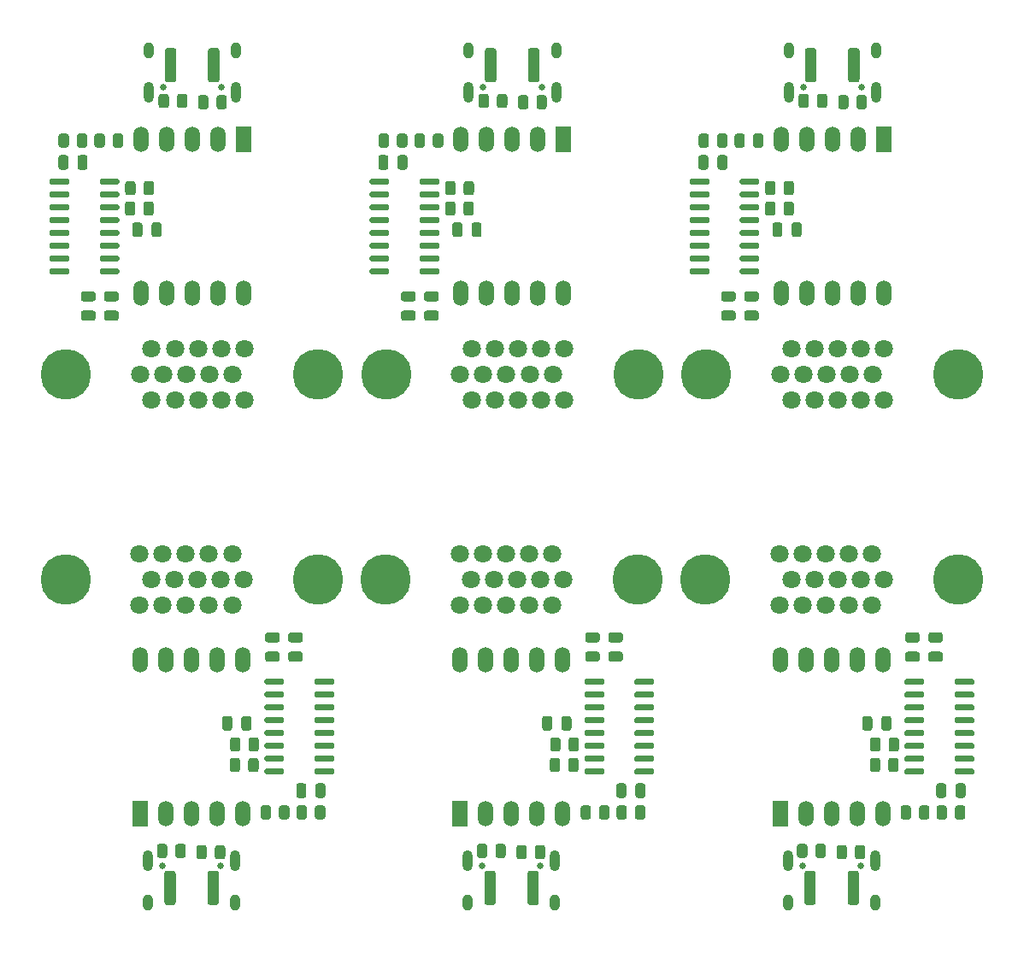
<source format=gbr>
%TF.GenerationSoftware,KiCad,Pcbnew,(5.1.9)-1*%
%TF.CreationDate,2022-04-09T22:54:09+08:00*%
%TF.ProjectId,DB15_Switch_panelize,44423135-5f53-4776-9974-63685f70616e,rev?*%
%TF.SameCoordinates,Original*%
%TF.FileFunction,Soldermask,Bot*%
%TF.FilePolarity,Negative*%
%FSLAX46Y46*%
G04 Gerber Fmt 4.6, Leading zero omitted, Abs format (unit mm)*
G04 Created by KiCad (PCBNEW (5.1.9)-1) date 2022-04-09 22:54:09*
%MOMM*%
%LPD*%
G01*
G04 APERTURE LIST*
%ADD10O,1.000000X1.600000*%
%ADD11O,1.000000X2.100000*%
%ADD12C,0.650000*%
%ADD13R,1.524000X2.524000*%
%ADD14O,1.524000X2.524000*%
%ADD15C,5.000000*%
%ADD16C,1.800000*%
G04 APERTURE END LIST*
%TO.C,C2*%
G36*
G01*
X192585000Y-117090000D02*
X192585000Y-116140000D01*
G75*
G02*
X192835000Y-115890000I250000J0D01*
G01*
X193335000Y-115890000D01*
G75*
G02*
X193585000Y-116140000I0J-250000D01*
G01*
X193585000Y-117090000D01*
G75*
G02*
X193335000Y-117340000I-250000J0D01*
G01*
X192835000Y-117340000D01*
G75*
G02*
X192585000Y-117090000I0J250000D01*
G01*
G37*
G36*
G01*
X194485000Y-117090000D02*
X194485000Y-116140000D01*
G75*
G02*
X194735000Y-115890000I250000J0D01*
G01*
X195235000Y-115890000D01*
G75*
G02*
X195485000Y-116140000I0J-250000D01*
G01*
X195485000Y-117090000D01*
G75*
G02*
X195235000Y-117340000I-250000J0D01*
G01*
X194735000Y-117340000D01*
G75*
G02*
X194485000Y-117090000I0J250000D01*
G01*
G37*
%TD*%
D10*
%TO.C,USB1*%
X186520000Y-127700000D03*
X177880000Y-127700000D03*
D11*
X186520000Y-123520000D03*
X177880000Y-123520000D03*
D12*
X179310000Y-124050000D03*
X185090000Y-124050000D03*
%TD*%
%TO.C,C2*%
G36*
G01*
X160885000Y-117090000D02*
X160885000Y-116140000D01*
G75*
G02*
X161135000Y-115890000I250000J0D01*
G01*
X161635000Y-115890000D01*
G75*
G02*
X161885000Y-116140000I0J-250000D01*
G01*
X161885000Y-117090000D01*
G75*
G02*
X161635000Y-117340000I-250000J0D01*
G01*
X161135000Y-117340000D01*
G75*
G02*
X160885000Y-117090000I0J250000D01*
G01*
G37*
G36*
G01*
X162785000Y-117090000D02*
X162785000Y-116140000D01*
G75*
G02*
X163035000Y-115890000I250000J0D01*
G01*
X163535000Y-115890000D01*
G75*
G02*
X163785000Y-116140000I0J-250000D01*
G01*
X163785000Y-117090000D01*
G75*
G02*
X163535000Y-117340000I-250000J0D01*
G01*
X163035000Y-117340000D01*
G75*
G02*
X162785000Y-117090000I0J250000D01*
G01*
G37*
%TD*%
D10*
%TO.C,USB1*%
X154820000Y-127700000D03*
X146180000Y-127700000D03*
D11*
X154820000Y-123520000D03*
X146180000Y-123520000D03*
D12*
X147610000Y-124050000D03*
X153390000Y-124050000D03*
%TD*%
D13*
%TO.C,U2*%
X177120000Y-118901000D03*
D14*
X179660000Y-118901000D03*
X182200000Y-118901000D03*
X184740000Y-118901000D03*
X187280000Y-118901000D03*
X187280000Y-103661000D03*
X184740000Y-103661000D03*
X182200000Y-103661000D03*
X179660000Y-103661000D03*
X177120000Y-103661000D03*
%TD*%
D13*
%TO.C,U2*%
X145420000Y-118901000D03*
D14*
X147960000Y-118901000D03*
X150500000Y-118901000D03*
X153040000Y-118901000D03*
X155580000Y-118901000D03*
X155580000Y-103661000D03*
X153040000Y-103661000D03*
X150500000Y-103661000D03*
X147960000Y-103661000D03*
X145420000Y-103661000D03*
%TD*%
D15*
%TO.C,J1*%
X169729000Y-95660000D03*
X194719000Y-95660000D03*
D16*
X186231000Y-98200000D03*
X183942000Y-98200000D03*
X181652000Y-98200000D03*
X179362000Y-98200000D03*
X177072000Y-98200000D03*
X187376000Y-95660000D03*
X185086000Y-95660000D03*
X182796000Y-95660000D03*
X180506000Y-95660000D03*
X178217000Y-95660000D03*
X186231000Y-93120000D03*
X183942000Y-93120000D03*
X181652000Y-93120000D03*
X179362000Y-93120000D03*
X177072000Y-93120000D03*
%TD*%
%TO.C,C11*%
G36*
G01*
X192986000Y-101941000D02*
X192036000Y-101941000D01*
G75*
G02*
X191786000Y-101691000I0J250000D01*
G01*
X191786000Y-101191000D01*
G75*
G02*
X192036000Y-100941000I250000J0D01*
G01*
X192986000Y-100941000D01*
G75*
G02*
X193236000Y-101191000I0J-250000D01*
G01*
X193236000Y-101691000D01*
G75*
G02*
X192986000Y-101941000I-250000J0D01*
G01*
G37*
G36*
G01*
X192986000Y-103841000D02*
X192036000Y-103841000D01*
G75*
G02*
X191786000Y-103591000I0J250000D01*
G01*
X191786000Y-103091000D01*
G75*
G02*
X192036000Y-102841000I250000J0D01*
G01*
X192986000Y-102841000D01*
G75*
G02*
X193236000Y-103091000I0J-250000D01*
G01*
X193236000Y-103591000D01*
G75*
G02*
X192986000Y-103841000I-250000J0D01*
G01*
G37*
%TD*%
D15*
%TO.C,J1*%
X138029000Y-95660000D03*
X163019000Y-95660000D03*
D16*
X154531000Y-98200000D03*
X152242000Y-98200000D03*
X149952000Y-98200000D03*
X147662000Y-98200000D03*
X145372000Y-98200000D03*
X155676000Y-95660000D03*
X153386000Y-95660000D03*
X151096000Y-95660000D03*
X148806000Y-95660000D03*
X146517000Y-95660000D03*
X154531000Y-93120000D03*
X152242000Y-93120000D03*
X149952000Y-93120000D03*
X147662000Y-93120000D03*
X145372000Y-93120000D03*
%TD*%
%TO.C,C1*%
G36*
G01*
X186250000Y-109475000D02*
X186250000Y-110425000D01*
G75*
G02*
X186000000Y-110675000I-250000J0D01*
G01*
X185500000Y-110675000D01*
G75*
G02*
X185250000Y-110425000I0J250000D01*
G01*
X185250000Y-109475000D01*
G75*
G02*
X185500000Y-109225000I250000J0D01*
G01*
X186000000Y-109225000D01*
G75*
G02*
X186250000Y-109475000I0J-250000D01*
G01*
G37*
G36*
G01*
X188150000Y-109475000D02*
X188150000Y-110425000D01*
G75*
G02*
X187900000Y-110675000I-250000J0D01*
G01*
X187400000Y-110675000D01*
G75*
G02*
X187150000Y-110425000I0J250000D01*
G01*
X187150000Y-109475000D01*
G75*
G02*
X187400000Y-109225000I250000J0D01*
G01*
X187900000Y-109225000D01*
G75*
G02*
X188150000Y-109475000I0J-250000D01*
G01*
G37*
%TD*%
%TO.C,C1*%
G36*
G01*
X154550000Y-109475000D02*
X154550000Y-110425000D01*
G75*
G02*
X154300000Y-110675000I-250000J0D01*
G01*
X153800000Y-110675000D01*
G75*
G02*
X153550000Y-110425000I0J250000D01*
G01*
X153550000Y-109475000D01*
G75*
G02*
X153800000Y-109225000I250000J0D01*
G01*
X154300000Y-109225000D01*
G75*
G02*
X154550000Y-109475000I0J-250000D01*
G01*
G37*
G36*
G01*
X156450000Y-109475000D02*
X156450000Y-110425000D01*
G75*
G02*
X156200000Y-110675000I-250000J0D01*
G01*
X155700000Y-110675000D01*
G75*
G02*
X155450000Y-110425000I0J250000D01*
G01*
X155450000Y-109475000D01*
G75*
G02*
X155700000Y-109225000I250000J0D01*
G01*
X156200000Y-109225000D01*
G75*
G02*
X156450000Y-109475000I0J-250000D01*
G01*
G37*
%TD*%
%TO.C,R2*%
G36*
G01*
X183729000Y-122260999D02*
X183729000Y-123161001D01*
G75*
G02*
X183479001Y-123411000I-249999J0D01*
G01*
X182953999Y-123411000D01*
G75*
G02*
X182704000Y-123161001I0J249999D01*
G01*
X182704000Y-122260999D01*
G75*
G02*
X182953999Y-122011000I249999J0D01*
G01*
X183479001Y-122011000D01*
G75*
G02*
X183729000Y-122260999I0J-249999D01*
G01*
G37*
G36*
G01*
X185554000Y-122260999D02*
X185554000Y-123161001D01*
G75*
G02*
X185304001Y-123411000I-249999J0D01*
G01*
X184778999Y-123411000D01*
G75*
G02*
X184529000Y-123161001I0J249999D01*
G01*
X184529000Y-122260999D01*
G75*
G02*
X184778999Y-122011000I249999J0D01*
G01*
X185304001Y-122011000D01*
G75*
G02*
X185554000Y-122260999I0J-249999D01*
G01*
G37*
%TD*%
%TO.C,R9*%
G36*
G01*
X187054500Y-111592999D02*
X187054500Y-112493001D01*
G75*
G02*
X186804501Y-112743000I-249999J0D01*
G01*
X186279499Y-112743000D01*
G75*
G02*
X186029500Y-112493001I0J249999D01*
G01*
X186029500Y-111592999D01*
G75*
G02*
X186279499Y-111343000I249999J0D01*
G01*
X186804501Y-111343000D01*
G75*
G02*
X187054500Y-111592999I0J-249999D01*
G01*
G37*
G36*
G01*
X188879500Y-111592999D02*
X188879500Y-112493001D01*
G75*
G02*
X188629501Y-112743000I-249999J0D01*
G01*
X188104499Y-112743000D01*
G75*
G02*
X187854500Y-112493001I0J249999D01*
G01*
X187854500Y-111592999D01*
G75*
G02*
X188104499Y-111343000I249999J0D01*
G01*
X188629501Y-111343000D01*
G75*
G02*
X188879500Y-111592999I0J-249999D01*
G01*
G37*
%TD*%
%TO.C,F1*%
G36*
G01*
X179524000Y-127700001D02*
X179524000Y-124799999D01*
G75*
G02*
X179773999Y-124550000I249999J0D01*
G01*
X180399001Y-124550000D01*
G75*
G02*
X180649000Y-124799999I0J-249999D01*
G01*
X180649000Y-127700001D01*
G75*
G02*
X180399001Y-127950000I-249999J0D01*
G01*
X179773999Y-127950000D01*
G75*
G02*
X179524000Y-127700001I0J249999D01*
G01*
G37*
G36*
G01*
X183799000Y-127700001D02*
X183799000Y-124799999D01*
G75*
G02*
X184048999Y-124550000I249999J0D01*
G01*
X184674001Y-124550000D01*
G75*
G02*
X184924000Y-124799999I0J-249999D01*
G01*
X184924000Y-127700001D01*
G75*
G02*
X184674001Y-127950000I-249999J0D01*
G01*
X184048999Y-127950000D01*
G75*
G02*
X183799000Y-127700001I0J249999D01*
G01*
G37*
%TD*%
%TO.C,F1*%
G36*
G01*
X147824000Y-127700001D02*
X147824000Y-124799999D01*
G75*
G02*
X148073999Y-124550000I249999J0D01*
G01*
X148699001Y-124550000D01*
G75*
G02*
X148949000Y-124799999I0J-249999D01*
G01*
X148949000Y-127700001D01*
G75*
G02*
X148699001Y-127950000I-249999J0D01*
G01*
X148073999Y-127950000D01*
G75*
G02*
X147824000Y-127700001I0J249999D01*
G01*
G37*
G36*
G01*
X152099000Y-127700001D02*
X152099000Y-124799999D01*
G75*
G02*
X152348999Y-124550000I249999J0D01*
G01*
X152974001Y-124550000D01*
G75*
G02*
X153224000Y-124799999I0J-249999D01*
G01*
X153224000Y-127700001D01*
G75*
G02*
X152974001Y-127950000I-249999J0D01*
G01*
X152348999Y-127950000D01*
G75*
G02*
X152099000Y-127700001I0J249999D01*
G01*
G37*
%TD*%
%TO.C,C11*%
G36*
G01*
X161286000Y-101941000D02*
X160336000Y-101941000D01*
G75*
G02*
X160086000Y-101691000I0J250000D01*
G01*
X160086000Y-101191000D01*
G75*
G02*
X160336000Y-100941000I250000J0D01*
G01*
X161286000Y-100941000D01*
G75*
G02*
X161536000Y-101191000I0J-250000D01*
G01*
X161536000Y-101691000D01*
G75*
G02*
X161286000Y-101941000I-250000J0D01*
G01*
G37*
G36*
G01*
X161286000Y-103841000D02*
X160336000Y-103841000D01*
G75*
G02*
X160086000Y-103591000I0J250000D01*
G01*
X160086000Y-103091000D01*
G75*
G02*
X160336000Y-102841000I250000J0D01*
G01*
X161286000Y-102841000D01*
G75*
G02*
X161536000Y-103091000I0J-250000D01*
G01*
X161536000Y-103591000D01*
G75*
G02*
X161286000Y-103841000I-250000J0D01*
G01*
G37*
%TD*%
%TO.C,R8*%
G36*
G01*
X155331000Y-113624999D02*
X155331000Y-114525001D01*
G75*
G02*
X155081001Y-114775000I-249999J0D01*
G01*
X154555999Y-114775000D01*
G75*
G02*
X154306000Y-114525001I0J249999D01*
G01*
X154306000Y-113624999D01*
G75*
G02*
X154555999Y-113375000I249999J0D01*
G01*
X155081001Y-113375000D01*
G75*
G02*
X155331000Y-113624999I0J-249999D01*
G01*
G37*
G36*
G01*
X157156000Y-113624999D02*
X157156000Y-114525001D01*
G75*
G02*
X156906001Y-114775000I-249999J0D01*
G01*
X156380999Y-114775000D01*
G75*
G02*
X156131000Y-114525001I0J249999D01*
G01*
X156131000Y-113624999D01*
G75*
G02*
X156380999Y-113375000I249999J0D01*
G01*
X156906001Y-113375000D01*
G75*
G02*
X157156000Y-113624999I0J-249999D01*
G01*
G37*
%TD*%
%TO.C,R8*%
G36*
G01*
X187031000Y-113624999D02*
X187031000Y-114525001D01*
G75*
G02*
X186781001Y-114775000I-249999J0D01*
G01*
X186255999Y-114775000D01*
G75*
G02*
X186006000Y-114525001I0J249999D01*
G01*
X186006000Y-113624999D01*
G75*
G02*
X186255999Y-113375000I249999J0D01*
G01*
X186781001Y-113375000D01*
G75*
G02*
X187031000Y-113624999I0J-249999D01*
G01*
G37*
G36*
G01*
X188856000Y-113624999D02*
X188856000Y-114525001D01*
G75*
G02*
X188606001Y-114775000I-249999J0D01*
G01*
X188080999Y-114775000D01*
G75*
G02*
X187831000Y-114525001I0J249999D01*
G01*
X187831000Y-113624999D01*
G75*
G02*
X188080999Y-113375000I249999J0D01*
G01*
X188606001Y-113375000D01*
G75*
G02*
X188856000Y-113624999I0J-249999D01*
G01*
G37*
%TD*%
%TO.C,R9*%
G36*
G01*
X155354500Y-111592999D02*
X155354500Y-112493001D01*
G75*
G02*
X155104501Y-112743000I-249999J0D01*
G01*
X154579499Y-112743000D01*
G75*
G02*
X154329500Y-112493001I0J249999D01*
G01*
X154329500Y-111592999D01*
G75*
G02*
X154579499Y-111343000I249999J0D01*
G01*
X155104501Y-111343000D01*
G75*
G02*
X155354500Y-111592999I0J-249999D01*
G01*
G37*
G36*
G01*
X157179500Y-111592999D02*
X157179500Y-112493001D01*
G75*
G02*
X156929501Y-112743000I-249999J0D01*
G01*
X156404499Y-112743000D01*
G75*
G02*
X156154500Y-112493001I0J249999D01*
G01*
X156154500Y-111592999D01*
G75*
G02*
X156404499Y-111343000I249999J0D01*
G01*
X156929501Y-111343000D01*
G75*
G02*
X157179500Y-111592999I0J-249999D01*
G01*
G37*
%TD*%
%TO.C,C2*%
G36*
G01*
X131085000Y-117090000D02*
X131085000Y-116140000D01*
G75*
G02*
X131335000Y-115890000I250000J0D01*
G01*
X131835000Y-115890000D01*
G75*
G02*
X132085000Y-116140000I0J-250000D01*
G01*
X132085000Y-117090000D01*
G75*
G02*
X131835000Y-117340000I-250000J0D01*
G01*
X131335000Y-117340000D01*
G75*
G02*
X131085000Y-117090000I0J250000D01*
G01*
G37*
G36*
G01*
X129185000Y-117090000D02*
X129185000Y-116140000D01*
G75*
G02*
X129435000Y-115890000I250000J0D01*
G01*
X129935000Y-115890000D01*
G75*
G02*
X130185000Y-116140000I0J-250000D01*
G01*
X130185000Y-117090000D01*
G75*
G02*
X129935000Y-117340000I-250000J0D01*
G01*
X129435000Y-117340000D01*
G75*
G02*
X129185000Y-117090000I0J250000D01*
G01*
G37*
%TD*%
%TO.C,R2*%
G36*
G01*
X152029000Y-122260999D02*
X152029000Y-123161001D01*
G75*
G02*
X151779001Y-123411000I-249999J0D01*
G01*
X151253999Y-123411000D01*
G75*
G02*
X151004000Y-123161001I0J249999D01*
G01*
X151004000Y-122260999D01*
G75*
G02*
X151253999Y-122011000I249999J0D01*
G01*
X151779001Y-122011000D01*
G75*
G02*
X152029000Y-122260999I0J-249999D01*
G01*
G37*
G36*
G01*
X153854000Y-122260999D02*
X153854000Y-123161001D01*
G75*
G02*
X153604001Y-123411000I-249999J0D01*
G01*
X153078999Y-123411000D01*
G75*
G02*
X152829000Y-123161001I0J249999D01*
G01*
X152829000Y-122260999D01*
G75*
G02*
X153078999Y-122011000I249999J0D01*
G01*
X153604001Y-122011000D01*
G75*
G02*
X153854000Y-122260999I0J-249999D01*
G01*
G37*
%TD*%
D12*
%TO.C,USB1*%
X121690000Y-124050000D03*
X115910000Y-124050000D03*
D11*
X114480000Y-123520000D03*
X123120000Y-123520000D03*
D10*
X114480000Y-127700000D03*
X123120000Y-127700000D03*
%TD*%
D14*
%TO.C,U2*%
X113720000Y-103661000D03*
X116260000Y-103661000D03*
X118800000Y-103661000D03*
X121340000Y-103661000D03*
X123880000Y-103661000D03*
X123880000Y-118901000D03*
X121340000Y-118901000D03*
X118800000Y-118901000D03*
X116260000Y-118901000D03*
D13*
X113720000Y-118901000D03*
%TD*%
D16*
%TO.C,J1*%
X113672000Y-93120000D03*
X115962000Y-93120000D03*
X118252000Y-93120000D03*
X120542000Y-93120000D03*
X122831000Y-93120000D03*
X114817000Y-95660000D03*
X117106000Y-95660000D03*
X119396000Y-95660000D03*
X121686000Y-95660000D03*
X123976000Y-95660000D03*
X113672000Y-98200000D03*
X115962000Y-98200000D03*
X118252000Y-98200000D03*
X120542000Y-98200000D03*
X122831000Y-98200000D03*
D15*
X131319000Y-95660000D03*
X106329000Y-95660000D03*
%TD*%
%TO.C,C1*%
G36*
G01*
X124750000Y-109475000D02*
X124750000Y-110425000D01*
G75*
G02*
X124500000Y-110675000I-250000J0D01*
G01*
X124000000Y-110675000D01*
G75*
G02*
X123750000Y-110425000I0J250000D01*
G01*
X123750000Y-109475000D01*
G75*
G02*
X124000000Y-109225000I250000J0D01*
G01*
X124500000Y-109225000D01*
G75*
G02*
X124750000Y-109475000I0J-250000D01*
G01*
G37*
G36*
G01*
X122850000Y-109475000D02*
X122850000Y-110425000D01*
G75*
G02*
X122600000Y-110675000I-250000J0D01*
G01*
X122100000Y-110675000D01*
G75*
G02*
X121850000Y-110425000I0J250000D01*
G01*
X121850000Y-109475000D01*
G75*
G02*
X122100000Y-109225000I250000J0D01*
G01*
X122600000Y-109225000D01*
G75*
G02*
X122850000Y-109475000I0J-250000D01*
G01*
G37*
%TD*%
%TO.C,R8*%
G36*
G01*
X125456000Y-113624999D02*
X125456000Y-114525001D01*
G75*
G02*
X125206001Y-114775000I-249999J0D01*
G01*
X124680999Y-114775000D01*
G75*
G02*
X124431000Y-114525001I0J249999D01*
G01*
X124431000Y-113624999D01*
G75*
G02*
X124680999Y-113375000I249999J0D01*
G01*
X125206001Y-113375000D01*
G75*
G02*
X125456000Y-113624999I0J-249999D01*
G01*
G37*
G36*
G01*
X123631000Y-113624999D02*
X123631000Y-114525001D01*
G75*
G02*
X123381001Y-114775000I-249999J0D01*
G01*
X122855999Y-114775000D01*
G75*
G02*
X122606000Y-114525001I0J249999D01*
G01*
X122606000Y-113624999D01*
G75*
G02*
X122855999Y-113375000I249999J0D01*
G01*
X123381001Y-113375000D01*
G75*
G02*
X123631000Y-113624999I0J-249999D01*
G01*
G37*
%TD*%
%TO.C,R9*%
G36*
G01*
X125479500Y-111592999D02*
X125479500Y-112493001D01*
G75*
G02*
X125229501Y-112743000I-249999J0D01*
G01*
X124704499Y-112743000D01*
G75*
G02*
X124454500Y-112493001I0J249999D01*
G01*
X124454500Y-111592999D01*
G75*
G02*
X124704499Y-111343000I249999J0D01*
G01*
X125229501Y-111343000D01*
G75*
G02*
X125479500Y-111592999I0J-249999D01*
G01*
G37*
G36*
G01*
X123654500Y-111592999D02*
X123654500Y-112493001D01*
G75*
G02*
X123404501Y-112743000I-249999J0D01*
G01*
X122879499Y-112743000D01*
G75*
G02*
X122629500Y-112493001I0J249999D01*
G01*
X122629500Y-111592999D01*
G75*
G02*
X122879499Y-111343000I249999J0D01*
G01*
X123404501Y-111343000D01*
G75*
G02*
X123654500Y-111592999I0J-249999D01*
G01*
G37*
%TD*%
%TO.C,C11*%
G36*
G01*
X129586000Y-103841000D02*
X128636000Y-103841000D01*
G75*
G02*
X128386000Y-103591000I0J250000D01*
G01*
X128386000Y-103091000D01*
G75*
G02*
X128636000Y-102841000I250000J0D01*
G01*
X129586000Y-102841000D01*
G75*
G02*
X129836000Y-103091000I0J-250000D01*
G01*
X129836000Y-103591000D01*
G75*
G02*
X129586000Y-103841000I-250000J0D01*
G01*
G37*
G36*
G01*
X129586000Y-101941000D02*
X128636000Y-101941000D01*
G75*
G02*
X128386000Y-101691000I0J250000D01*
G01*
X128386000Y-101191000D01*
G75*
G02*
X128636000Y-100941000I250000J0D01*
G01*
X129586000Y-100941000D01*
G75*
G02*
X129836000Y-101191000I0J-250000D01*
G01*
X129836000Y-101691000D01*
G75*
G02*
X129586000Y-101941000I-250000J0D01*
G01*
G37*
%TD*%
%TO.C,F1*%
G36*
G01*
X120399000Y-127700001D02*
X120399000Y-124799999D01*
G75*
G02*
X120648999Y-124550000I249999J0D01*
G01*
X121274001Y-124550000D01*
G75*
G02*
X121524000Y-124799999I0J-249999D01*
G01*
X121524000Y-127700001D01*
G75*
G02*
X121274001Y-127950000I-249999J0D01*
G01*
X120648999Y-127950000D01*
G75*
G02*
X120399000Y-127700001I0J249999D01*
G01*
G37*
G36*
G01*
X116124000Y-127700001D02*
X116124000Y-124799999D01*
G75*
G02*
X116373999Y-124550000I249999J0D01*
G01*
X116999001Y-124550000D01*
G75*
G02*
X117249000Y-124799999I0J-249999D01*
G01*
X117249000Y-127700001D01*
G75*
G02*
X116999001Y-127950000I-249999J0D01*
G01*
X116373999Y-127950000D01*
G75*
G02*
X116124000Y-127700001I0J249999D01*
G01*
G37*
%TD*%
%TO.C,R2*%
G36*
G01*
X122154000Y-122260999D02*
X122154000Y-123161001D01*
G75*
G02*
X121904001Y-123411000I-249999J0D01*
G01*
X121378999Y-123411000D01*
G75*
G02*
X121129000Y-123161001I0J249999D01*
G01*
X121129000Y-122260999D01*
G75*
G02*
X121378999Y-122011000I249999J0D01*
G01*
X121904001Y-122011000D01*
G75*
G02*
X122154000Y-122260999I0J-249999D01*
G01*
G37*
G36*
G01*
X120329000Y-122260999D02*
X120329000Y-123161001D01*
G75*
G02*
X120079001Y-123411000I-249999J0D01*
G01*
X119553999Y-123411000D01*
G75*
G02*
X119304000Y-123161001I0J249999D01*
G01*
X119304000Y-122260999D01*
G75*
G02*
X119553999Y-122011000I249999J0D01*
G01*
X120079001Y-122011000D01*
G75*
G02*
X120329000Y-122260999I0J-249999D01*
G01*
G37*
%TD*%
%TO.C,R1*%
G36*
G01*
X118240500Y-122133999D02*
X118240500Y-123034001D01*
G75*
G02*
X117990501Y-123284000I-249999J0D01*
G01*
X117465499Y-123284000D01*
G75*
G02*
X117215500Y-123034001I0J249999D01*
G01*
X117215500Y-122133999D01*
G75*
G02*
X117465499Y-121884000I249999J0D01*
G01*
X117990501Y-121884000D01*
G75*
G02*
X118240500Y-122133999I0J-249999D01*
G01*
G37*
G36*
G01*
X116415500Y-122133999D02*
X116415500Y-123034001D01*
G75*
G02*
X116165501Y-123284000I-249999J0D01*
G01*
X115640499Y-123284000D01*
G75*
G02*
X115390500Y-123034001I0J249999D01*
G01*
X115390500Y-122133999D01*
G75*
G02*
X115640499Y-121884000I249999J0D01*
G01*
X116165501Y-121884000D01*
G75*
G02*
X116415500Y-122133999I0J-249999D01*
G01*
G37*
%TD*%
%TO.C,R3*%
G36*
G01*
X125654000Y-119224001D02*
X125654000Y-118323999D01*
G75*
G02*
X125903999Y-118074000I249999J0D01*
G01*
X126429001Y-118074000D01*
G75*
G02*
X126679000Y-118323999I0J-249999D01*
G01*
X126679000Y-119224001D01*
G75*
G02*
X126429001Y-119474000I-249999J0D01*
G01*
X125903999Y-119474000D01*
G75*
G02*
X125654000Y-119224001I0J249999D01*
G01*
G37*
G36*
G01*
X127479000Y-119224001D02*
X127479000Y-118323999D01*
G75*
G02*
X127728999Y-118074000I249999J0D01*
G01*
X128254001Y-118074000D01*
G75*
G02*
X128504000Y-118323999I0J-249999D01*
G01*
X128504000Y-119224001D01*
G75*
G02*
X128254001Y-119474000I-249999J0D01*
G01*
X127728999Y-119474000D01*
G75*
G02*
X127479000Y-119224001I0J249999D01*
G01*
G37*
%TD*%
%TO.C,R4*%
G36*
G01*
X132060000Y-118323999D02*
X132060000Y-119224001D01*
G75*
G02*
X131810001Y-119474000I-249999J0D01*
G01*
X131284999Y-119474000D01*
G75*
G02*
X131035000Y-119224001I0J249999D01*
G01*
X131035000Y-118323999D01*
G75*
G02*
X131284999Y-118074000I249999J0D01*
G01*
X131810001Y-118074000D01*
G75*
G02*
X132060000Y-118323999I0J-249999D01*
G01*
G37*
G36*
G01*
X130235000Y-118323999D02*
X130235000Y-119224001D01*
G75*
G02*
X129985001Y-119474000I-249999J0D01*
G01*
X129459999Y-119474000D01*
G75*
G02*
X129210000Y-119224001I0J249999D01*
G01*
X129210000Y-118323999D01*
G75*
G02*
X129459999Y-118074000I249999J0D01*
G01*
X129985001Y-118074000D01*
G75*
G02*
X130235000Y-118323999I0J-249999D01*
G01*
G37*
%TD*%
%TO.C,U1*%
G36*
G01*
X130992000Y-114860000D02*
X130992000Y-114560000D01*
G75*
G02*
X131142000Y-114410000I150000J0D01*
G01*
X132792000Y-114410000D01*
G75*
G02*
X132942000Y-114560000I0J-150000D01*
G01*
X132942000Y-114860000D01*
G75*
G02*
X132792000Y-115010000I-150000J0D01*
G01*
X131142000Y-115010000D01*
G75*
G02*
X130992000Y-114860000I0J150000D01*
G01*
G37*
G36*
G01*
X130992000Y-113590000D02*
X130992000Y-113290000D01*
G75*
G02*
X131142000Y-113140000I150000J0D01*
G01*
X132792000Y-113140000D01*
G75*
G02*
X132942000Y-113290000I0J-150000D01*
G01*
X132942000Y-113590000D01*
G75*
G02*
X132792000Y-113740000I-150000J0D01*
G01*
X131142000Y-113740000D01*
G75*
G02*
X130992000Y-113590000I0J150000D01*
G01*
G37*
G36*
G01*
X130992000Y-112320000D02*
X130992000Y-112020000D01*
G75*
G02*
X131142000Y-111870000I150000J0D01*
G01*
X132792000Y-111870000D01*
G75*
G02*
X132942000Y-112020000I0J-150000D01*
G01*
X132942000Y-112320000D01*
G75*
G02*
X132792000Y-112470000I-150000J0D01*
G01*
X131142000Y-112470000D01*
G75*
G02*
X130992000Y-112320000I0J150000D01*
G01*
G37*
G36*
G01*
X130992000Y-111050000D02*
X130992000Y-110750000D01*
G75*
G02*
X131142000Y-110600000I150000J0D01*
G01*
X132792000Y-110600000D01*
G75*
G02*
X132942000Y-110750000I0J-150000D01*
G01*
X132942000Y-111050000D01*
G75*
G02*
X132792000Y-111200000I-150000J0D01*
G01*
X131142000Y-111200000D01*
G75*
G02*
X130992000Y-111050000I0J150000D01*
G01*
G37*
G36*
G01*
X130992000Y-109780000D02*
X130992000Y-109480000D01*
G75*
G02*
X131142000Y-109330000I150000J0D01*
G01*
X132792000Y-109330000D01*
G75*
G02*
X132942000Y-109480000I0J-150000D01*
G01*
X132942000Y-109780000D01*
G75*
G02*
X132792000Y-109930000I-150000J0D01*
G01*
X131142000Y-109930000D01*
G75*
G02*
X130992000Y-109780000I0J150000D01*
G01*
G37*
G36*
G01*
X130992000Y-108510000D02*
X130992000Y-108210000D01*
G75*
G02*
X131142000Y-108060000I150000J0D01*
G01*
X132792000Y-108060000D01*
G75*
G02*
X132942000Y-108210000I0J-150000D01*
G01*
X132942000Y-108510000D01*
G75*
G02*
X132792000Y-108660000I-150000J0D01*
G01*
X131142000Y-108660000D01*
G75*
G02*
X130992000Y-108510000I0J150000D01*
G01*
G37*
G36*
G01*
X130992000Y-107240000D02*
X130992000Y-106940000D01*
G75*
G02*
X131142000Y-106790000I150000J0D01*
G01*
X132792000Y-106790000D01*
G75*
G02*
X132942000Y-106940000I0J-150000D01*
G01*
X132942000Y-107240000D01*
G75*
G02*
X132792000Y-107390000I-150000J0D01*
G01*
X131142000Y-107390000D01*
G75*
G02*
X130992000Y-107240000I0J150000D01*
G01*
G37*
G36*
G01*
X130992000Y-105970000D02*
X130992000Y-105670000D01*
G75*
G02*
X131142000Y-105520000I150000J0D01*
G01*
X132792000Y-105520000D01*
G75*
G02*
X132942000Y-105670000I0J-150000D01*
G01*
X132942000Y-105970000D01*
G75*
G02*
X132792000Y-106120000I-150000J0D01*
G01*
X131142000Y-106120000D01*
G75*
G02*
X130992000Y-105970000I0J150000D01*
G01*
G37*
G36*
G01*
X126042000Y-105970000D02*
X126042000Y-105670000D01*
G75*
G02*
X126192000Y-105520000I150000J0D01*
G01*
X127842000Y-105520000D01*
G75*
G02*
X127992000Y-105670000I0J-150000D01*
G01*
X127992000Y-105970000D01*
G75*
G02*
X127842000Y-106120000I-150000J0D01*
G01*
X126192000Y-106120000D01*
G75*
G02*
X126042000Y-105970000I0J150000D01*
G01*
G37*
G36*
G01*
X126042000Y-107240000D02*
X126042000Y-106940000D01*
G75*
G02*
X126192000Y-106790000I150000J0D01*
G01*
X127842000Y-106790000D01*
G75*
G02*
X127992000Y-106940000I0J-150000D01*
G01*
X127992000Y-107240000D01*
G75*
G02*
X127842000Y-107390000I-150000J0D01*
G01*
X126192000Y-107390000D01*
G75*
G02*
X126042000Y-107240000I0J150000D01*
G01*
G37*
G36*
G01*
X126042000Y-108510000D02*
X126042000Y-108210000D01*
G75*
G02*
X126192000Y-108060000I150000J0D01*
G01*
X127842000Y-108060000D01*
G75*
G02*
X127992000Y-108210000I0J-150000D01*
G01*
X127992000Y-108510000D01*
G75*
G02*
X127842000Y-108660000I-150000J0D01*
G01*
X126192000Y-108660000D01*
G75*
G02*
X126042000Y-108510000I0J150000D01*
G01*
G37*
G36*
G01*
X126042000Y-109780000D02*
X126042000Y-109480000D01*
G75*
G02*
X126192000Y-109330000I150000J0D01*
G01*
X127842000Y-109330000D01*
G75*
G02*
X127992000Y-109480000I0J-150000D01*
G01*
X127992000Y-109780000D01*
G75*
G02*
X127842000Y-109930000I-150000J0D01*
G01*
X126192000Y-109930000D01*
G75*
G02*
X126042000Y-109780000I0J150000D01*
G01*
G37*
G36*
G01*
X126042000Y-111050000D02*
X126042000Y-110750000D01*
G75*
G02*
X126192000Y-110600000I150000J0D01*
G01*
X127842000Y-110600000D01*
G75*
G02*
X127992000Y-110750000I0J-150000D01*
G01*
X127992000Y-111050000D01*
G75*
G02*
X127842000Y-111200000I-150000J0D01*
G01*
X126192000Y-111200000D01*
G75*
G02*
X126042000Y-111050000I0J150000D01*
G01*
G37*
G36*
G01*
X126042000Y-112320000D02*
X126042000Y-112020000D01*
G75*
G02*
X126192000Y-111870000I150000J0D01*
G01*
X127842000Y-111870000D01*
G75*
G02*
X127992000Y-112020000I0J-150000D01*
G01*
X127992000Y-112320000D01*
G75*
G02*
X127842000Y-112470000I-150000J0D01*
G01*
X126192000Y-112470000D01*
G75*
G02*
X126042000Y-112320000I0J150000D01*
G01*
G37*
G36*
G01*
X126042000Y-113590000D02*
X126042000Y-113290000D01*
G75*
G02*
X126192000Y-113140000I150000J0D01*
G01*
X127842000Y-113140000D01*
G75*
G02*
X127992000Y-113290000I0J-150000D01*
G01*
X127992000Y-113590000D01*
G75*
G02*
X127842000Y-113740000I-150000J0D01*
G01*
X126192000Y-113740000D01*
G75*
G02*
X126042000Y-113590000I0J150000D01*
G01*
G37*
G36*
G01*
X126042000Y-114860000D02*
X126042000Y-114560000D01*
G75*
G02*
X126192000Y-114410000I150000J0D01*
G01*
X127842000Y-114410000D01*
G75*
G02*
X127992000Y-114560000I0J-150000D01*
G01*
X127992000Y-114860000D01*
G75*
G02*
X127842000Y-115010000I-150000J0D01*
G01*
X126192000Y-115010000D01*
G75*
G02*
X126042000Y-114860000I0J150000D01*
G01*
G37*
%TD*%
%TO.C,C12*%
G36*
G01*
X126350000Y-100941000D02*
X127300000Y-100941000D01*
G75*
G02*
X127550000Y-101191000I0J-250000D01*
G01*
X127550000Y-101691000D01*
G75*
G02*
X127300000Y-101941000I-250000J0D01*
G01*
X126350000Y-101941000D01*
G75*
G02*
X126100000Y-101691000I0J250000D01*
G01*
X126100000Y-101191000D01*
G75*
G02*
X126350000Y-100941000I250000J0D01*
G01*
G37*
G36*
G01*
X126350000Y-102841000D02*
X127300000Y-102841000D01*
G75*
G02*
X127550000Y-103091000I0J-250000D01*
G01*
X127550000Y-103591000D01*
G75*
G02*
X127300000Y-103841000I-250000J0D01*
G01*
X126350000Y-103841000D01*
G75*
G02*
X126100000Y-103591000I0J250000D01*
G01*
X126100000Y-103091000D01*
G75*
G02*
X126350000Y-102841000I250000J0D01*
G01*
G37*
%TD*%
%TO.C,R4*%
G36*
G01*
X193635000Y-118323999D02*
X193635000Y-119224001D01*
G75*
G02*
X193385001Y-119474000I-249999J0D01*
G01*
X192859999Y-119474000D01*
G75*
G02*
X192610000Y-119224001I0J249999D01*
G01*
X192610000Y-118323999D01*
G75*
G02*
X192859999Y-118074000I249999J0D01*
G01*
X193385001Y-118074000D01*
G75*
G02*
X193635000Y-118323999I0J-249999D01*
G01*
G37*
G36*
G01*
X195460000Y-118323999D02*
X195460000Y-119224001D01*
G75*
G02*
X195210001Y-119474000I-249999J0D01*
G01*
X194684999Y-119474000D01*
G75*
G02*
X194435000Y-119224001I0J249999D01*
G01*
X194435000Y-118323999D01*
G75*
G02*
X194684999Y-118074000I249999J0D01*
G01*
X195210001Y-118074000D01*
G75*
G02*
X195460000Y-118323999I0J-249999D01*
G01*
G37*
%TD*%
%TO.C,R4*%
G36*
G01*
X161935000Y-118323999D02*
X161935000Y-119224001D01*
G75*
G02*
X161685001Y-119474000I-249999J0D01*
G01*
X161159999Y-119474000D01*
G75*
G02*
X160910000Y-119224001I0J249999D01*
G01*
X160910000Y-118323999D01*
G75*
G02*
X161159999Y-118074000I249999J0D01*
G01*
X161685001Y-118074000D01*
G75*
G02*
X161935000Y-118323999I0J-249999D01*
G01*
G37*
G36*
G01*
X163760000Y-118323999D02*
X163760000Y-119224001D01*
G75*
G02*
X163510001Y-119474000I-249999J0D01*
G01*
X162984999Y-119474000D01*
G75*
G02*
X162735000Y-119224001I0J249999D01*
G01*
X162735000Y-118323999D01*
G75*
G02*
X162984999Y-118074000I249999J0D01*
G01*
X163510001Y-118074000D01*
G75*
G02*
X163760000Y-118323999I0J-249999D01*
G01*
G37*
%TD*%
%TO.C,R1*%
G36*
G01*
X148115500Y-122133999D02*
X148115500Y-123034001D01*
G75*
G02*
X147865501Y-123284000I-249999J0D01*
G01*
X147340499Y-123284000D01*
G75*
G02*
X147090500Y-123034001I0J249999D01*
G01*
X147090500Y-122133999D01*
G75*
G02*
X147340499Y-121884000I249999J0D01*
G01*
X147865501Y-121884000D01*
G75*
G02*
X148115500Y-122133999I0J-249999D01*
G01*
G37*
G36*
G01*
X149940500Y-122133999D02*
X149940500Y-123034001D01*
G75*
G02*
X149690501Y-123284000I-249999J0D01*
G01*
X149165499Y-123284000D01*
G75*
G02*
X148915500Y-123034001I0J249999D01*
G01*
X148915500Y-122133999D01*
G75*
G02*
X149165499Y-121884000I249999J0D01*
G01*
X149690501Y-121884000D01*
G75*
G02*
X149940500Y-122133999I0J-249999D01*
G01*
G37*
%TD*%
%TO.C,C12*%
G36*
G01*
X189750000Y-102841000D02*
X190700000Y-102841000D01*
G75*
G02*
X190950000Y-103091000I0J-250000D01*
G01*
X190950000Y-103591000D01*
G75*
G02*
X190700000Y-103841000I-250000J0D01*
G01*
X189750000Y-103841000D01*
G75*
G02*
X189500000Y-103591000I0J250000D01*
G01*
X189500000Y-103091000D01*
G75*
G02*
X189750000Y-102841000I250000J0D01*
G01*
G37*
G36*
G01*
X189750000Y-100941000D02*
X190700000Y-100941000D01*
G75*
G02*
X190950000Y-101191000I0J-250000D01*
G01*
X190950000Y-101691000D01*
G75*
G02*
X190700000Y-101941000I-250000J0D01*
G01*
X189750000Y-101941000D01*
G75*
G02*
X189500000Y-101691000I0J250000D01*
G01*
X189500000Y-101191000D01*
G75*
G02*
X189750000Y-100941000I250000J0D01*
G01*
G37*
%TD*%
%TO.C,R1*%
G36*
G01*
X179815500Y-122133999D02*
X179815500Y-123034001D01*
G75*
G02*
X179565501Y-123284000I-249999J0D01*
G01*
X179040499Y-123284000D01*
G75*
G02*
X178790500Y-123034001I0J249999D01*
G01*
X178790500Y-122133999D01*
G75*
G02*
X179040499Y-121884000I249999J0D01*
G01*
X179565501Y-121884000D01*
G75*
G02*
X179815500Y-122133999I0J-249999D01*
G01*
G37*
G36*
G01*
X181640500Y-122133999D02*
X181640500Y-123034001D01*
G75*
G02*
X181390501Y-123284000I-249999J0D01*
G01*
X180865499Y-123284000D01*
G75*
G02*
X180615500Y-123034001I0J249999D01*
G01*
X180615500Y-122133999D01*
G75*
G02*
X180865499Y-121884000I249999J0D01*
G01*
X181390501Y-121884000D01*
G75*
G02*
X181640500Y-122133999I0J-249999D01*
G01*
G37*
%TD*%
%TO.C,R3*%
G36*
G01*
X190879000Y-119224001D02*
X190879000Y-118323999D01*
G75*
G02*
X191128999Y-118074000I249999J0D01*
G01*
X191654001Y-118074000D01*
G75*
G02*
X191904000Y-118323999I0J-249999D01*
G01*
X191904000Y-119224001D01*
G75*
G02*
X191654001Y-119474000I-249999J0D01*
G01*
X191128999Y-119474000D01*
G75*
G02*
X190879000Y-119224001I0J249999D01*
G01*
G37*
G36*
G01*
X189054000Y-119224001D02*
X189054000Y-118323999D01*
G75*
G02*
X189303999Y-118074000I249999J0D01*
G01*
X189829001Y-118074000D01*
G75*
G02*
X190079000Y-118323999I0J-249999D01*
G01*
X190079000Y-119224001D01*
G75*
G02*
X189829001Y-119474000I-249999J0D01*
G01*
X189303999Y-119474000D01*
G75*
G02*
X189054000Y-119224001I0J249999D01*
G01*
G37*
%TD*%
%TO.C,U1*%
G36*
G01*
X189442000Y-114860000D02*
X189442000Y-114560000D01*
G75*
G02*
X189592000Y-114410000I150000J0D01*
G01*
X191242000Y-114410000D01*
G75*
G02*
X191392000Y-114560000I0J-150000D01*
G01*
X191392000Y-114860000D01*
G75*
G02*
X191242000Y-115010000I-150000J0D01*
G01*
X189592000Y-115010000D01*
G75*
G02*
X189442000Y-114860000I0J150000D01*
G01*
G37*
G36*
G01*
X189442000Y-113590000D02*
X189442000Y-113290000D01*
G75*
G02*
X189592000Y-113140000I150000J0D01*
G01*
X191242000Y-113140000D01*
G75*
G02*
X191392000Y-113290000I0J-150000D01*
G01*
X191392000Y-113590000D01*
G75*
G02*
X191242000Y-113740000I-150000J0D01*
G01*
X189592000Y-113740000D01*
G75*
G02*
X189442000Y-113590000I0J150000D01*
G01*
G37*
G36*
G01*
X189442000Y-112320000D02*
X189442000Y-112020000D01*
G75*
G02*
X189592000Y-111870000I150000J0D01*
G01*
X191242000Y-111870000D01*
G75*
G02*
X191392000Y-112020000I0J-150000D01*
G01*
X191392000Y-112320000D01*
G75*
G02*
X191242000Y-112470000I-150000J0D01*
G01*
X189592000Y-112470000D01*
G75*
G02*
X189442000Y-112320000I0J150000D01*
G01*
G37*
G36*
G01*
X189442000Y-111050000D02*
X189442000Y-110750000D01*
G75*
G02*
X189592000Y-110600000I150000J0D01*
G01*
X191242000Y-110600000D01*
G75*
G02*
X191392000Y-110750000I0J-150000D01*
G01*
X191392000Y-111050000D01*
G75*
G02*
X191242000Y-111200000I-150000J0D01*
G01*
X189592000Y-111200000D01*
G75*
G02*
X189442000Y-111050000I0J150000D01*
G01*
G37*
G36*
G01*
X189442000Y-109780000D02*
X189442000Y-109480000D01*
G75*
G02*
X189592000Y-109330000I150000J0D01*
G01*
X191242000Y-109330000D01*
G75*
G02*
X191392000Y-109480000I0J-150000D01*
G01*
X191392000Y-109780000D01*
G75*
G02*
X191242000Y-109930000I-150000J0D01*
G01*
X189592000Y-109930000D01*
G75*
G02*
X189442000Y-109780000I0J150000D01*
G01*
G37*
G36*
G01*
X189442000Y-108510000D02*
X189442000Y-108210000D01*
G75*
G02*
X189592000Y-108060000I150000J0D01*
G01*
X191242000Y-108060000D01*
G75*
G02*
X191392000Y-108210000I0J-150000D01*
G01*
X191392000Y-108510000D01*
G75*
G02*
X191242000Y-108660000I-150000J0D01*
G01*
X189592000Y-108660000D01*
G75*
G02*
X189442000Y-108510000I0J150000D01*
G01*
G37*
G36*
G01*
X189442000Y-107240000D02*
X189442000Y-106940000D01*
G75*
G02*
X189592000Y-106790000I150000J0D01*
G01*
X191242000Y-106790000D01*
G75*
G02*
X191392000Y-106940000I0J-150000D01*
G01*
X191392000Y-107240000D01*
G75*
G02*
X191242000Y-107390000I-150000J0D01*
G01*
X189592000Y-107390000D01*
G75*
G02*
X189442000Y-107240000I0J150000D01*
G01*
G37*
G36*
G01*
X189442000Y-105970000D02*
X189442000Y-105670000D01*
G75*
G02*
X189592000Y-105520000I150000J0D01*
G01*
X191242000Y-105520000D01*
G75*
G02*
X191392000Y-105670000I0J-150000D01*
G01*
X191392000Y-105970000D01*
G75*
G02*
X191242000Y-106120000I-150000J0D01*
G01*
X189592000Y-106120000D01*
G75*
G02*
X189442000Y-105970000I0J150000D01*
G01*
G37*
G36*
G01*
X194392000Y-105970000D02*
X194392000Y-105670000D01*
G75*
G02*
X194542000Y-105520000I150000J0D01*
G01*
X196192000Y-105520000D01*
G75*
G02*
X196342000Y-105670000I0J-150000D01*
G01*
X196342000Y-105970000D01*
G75*
G02*
X196192000Y-106120000I-150000J0D01*
G01*
X194542000Y-106120000D01*
G75*
G02*
X194392000Y-105970000I0J150000D01*
G01*
G37*
G36*
G01*
X194392000Y-107240000D02*
X194392000Y-106940000D01*
G75*
G02*
X194542000Y-106790000I150000J0D01*
G01*
X196192000Y-106790000D01*
G75*
G02*
X196342000Y-106940000I0J-150000D01*
G01*
X196342000Y-107240000D01*
G75*
G02*
X196192000Y-107390000I-150000J0D01*
G01*
X194542000Y-107390000D01*
G75*
G02*
X194392000Y-107240000I0J150000D01*
G01*
G37*
G36*
G01*
X194392000Y-108510000D02*
X194392000Y-108210000D01*
G75*
G02*
X194542000Y-108060000I150000J0D01*
G01*
X196192000Y-108060000D01*
G75*
G02*
X196342000Y-108210000I0J-150000D01*
G01*
X196342000Y-108510000D01*
G75*
G02*
X196192000Y-108660000I-150000J0D01*
G01*
X194542000Y-108660000D01*
G75*
G02*
X194392000Y-108510000I0J150000D01*
G01*
G37*
G36*
G01*
X194392000Y-109780000D02*
X194392000Y-109480000D01*
G75*
G02*
X194542000Y-109330000I150000J0D01*
G01*
X196192000Y-109330000D01*
G75*
G02*
X196342000Y-109480000I0J-150000D01*
G01*
X196342000Y-109780000D01*
G75*
G02*
X196192000Y-109930000I-150000J0D01*
G01*
X194542000Y-109930000D01*
G75*
G02*
X194392000Y-109780000I0J150000D01*
G01*
G37*
G36*
G01*
X194392000Y-111050000D02*
X194392000Y-110750000D01*
G75*
G02*
X194542000Y-110600000I150000J0D01*
G01*
X196192000Y-110600000D01*
G75*
G02*
X196342000Y-110750000I0J-150000D01*
G01*
X196342000Y-111050000D01*
G75*
G02*
X196192000Y-111200000I-150000J0D01*
G01*
X194542000Y-111200000D01*
G75*
G02*
X194392000Y-111050000I0J150000D01*
G01*
G37*
G36*
G01*
X194392000Y-112320000D02*
X194392000Y-112020000D01*
G75*
G02*
X194542000Y-111870000I150000J0D01*
G01*
X196192000Y-111870000D01*
G75*
G02*
X196342000Y-112020000I0J-150000D01*
G01*
X196342000Y-112320000D01*
G75*
G02*
X196192000Y-112470000I-150000J0D01*
G01*
X194542000Y-112470000D01*
G75*
G02*
X194392000Y-112320000I0J150000D01*
G01*
G37*
G36*
G01*
X194392000Y-113590000D02*
X194392000Y-113290000D01*
G75*
G02*
X194542000Y-113140000I150000J0D01*
G01*
X196192000Y-113140000D01*
G75*
G02*
X196342000Y-113290000I0J-150000D01*
G01*
X196342000Y-113590000D01*
G75*
G02*
X196192000Y-113740000I-150000J0D01*
G01*
X194542000Y-113740000D01*
G75*
G02*
X194392000Y-113590000I0J150000D01*
G01*
G37*
G36*
G01*
X194392000Y-114860000D02*
X194392000Y-114560000D01*
G75*
G02*
X194542000Y-114410000I150000J0D01*
G01*
X196192000Y-114410000D01*
G75*
G02*
X196342000Y-114560000I0J-150000D01*
G01*
X196342000Y-114860000D01*
G75*
G02*
X196192000Y-115010000I-150000J0D01*
G01*
X194542000Y-115010000D01*
G75*
G02*
X194392000Y-114860000I0J150000D01*
G01*
G37*
%TD*%
%TO.C,U1*%
G36*
G01*
X157742000Y-114860000D02*
X157742000Y-114560000D01*
G75*
G02*
X157892000Y-114410000I150000J0D01*
G01*
X159542000Y-114410000D01*
G75*
G02*
X159692000Y-114560000I0J-150000D01*
G01*
X159692000Y-114860000D01*
G75*
G02*
X159542000Y-115010000I-150000J0D01*
G01*
X157892000Y-115010000D01*
G75*
G02*
X157742000Y-114860000I0J150000D01*
G01*
G37*
G36*
G01*
X157742000Y-113590000D02*
X157742000Y-113290000D01*
G75*
G02*
X157892000Y-113140000I150000J0D01*
G01*
X159542000Y-113140000D01*
G75*
G02*
X159692000Y-113290000I0J-150000D01*
G01*
X159692000Y-113590000D01*
G75*
G02*
X159542000Y-113740000I-150000J0D01*
G01*
X157892000Y-113740000D01*
G75*
G02*
X157742000Y-113590000I0J150000D01*
G01*
G37*
G36*
G01*
X157742000Y-112320000D02*
X157742000Y-112020000D01*
G75*
G02*
X157892000Y-111870000I150000J0D01*
G01*
X159542000Y-111870000D01*
G75*
G02*
X159692000Y-112020000I0J-150000D01*
G01*
X159692000Y-112320000D01*
G75*
G02*
X159542000Y-112470000I-150000J0D01*
G01*
X157892000Y-112470000D01*
G75*
G02*
X157742000Y-112320000I0J150000D01*
G01*
G37*
G36*
G01*
X157742000Y-111050000D02*
X157742000Y-110750000D01*
G75*
G02*
X157892000Y-110600000I150000J0D01*
G01*
X159542000Y-110600000D01*
G75*
G02*
X159692000Y-110750000I0J-150000D01*
G01*
X159692000Y-111050000D01*
G75*
G02*
X159542000Y-111200000I-150000J0D01*
G01*
X157892000Y-111200000D01*
G75*
G02*
X157742000Y-111050000I0J150000D01*
G01*
G37*
G36*
G01*
X157742000Y-109780000D02*
X157742000Y-109480000D01*
G75*
G02*
X157892000Y-109330000I150000J0D01*
G01*
X159542000Y-109330000D01*
G75*
G02*
X159692000Y-109480000I0J-150000D01*
G01*
X159692000Y-109780000D01*
G75*
G02*
X159542000Y-109930000I-150000J0D01*
G01*
X157892000Y-109930000D01*
G75*
G02*
X157742000Y-109780000I0J150000D01*
G01*
G37*
G36*
G01*
X157742000Y-108510000D02*
X157742000Y-108210000D01*
G75*
G02*
X157892000Y-108060000I150000J0D01*
G01*
X159542000Y-108060000D01*
G75*
G02*
X159692000Y-108210000I0J-150000D01*
G01*
X159692000Y-108510000D01*
G75*
G02*
X159542000Y-108660000I-150000J0D01*
G01*
X157892000Y-108660000D01*
G75*
G02*
X157742000Y-108510000I0J150000D01*
G01*
G37*
G36*
G01*
X157742000Y-107240000D02*
X157742000Y-106940000D01*
G75*
G02*
X157892000Y-106790000I150000J0D01*
G01*
X159542000Y-106790000D01*
G75*
G02*
X159692000Y-106940000I0J-150000D01*
G01*
X159692000Y-107240000D01*
G75*
G02*
X159542000Y-107390000I-150000J0D01*
G01*
X157892000Y-107390000D01*
G75*
G02*
X157742000Y-107240000I0J150000D01*
G01*
G37*
G36*
G01*
X157742000Y-105970000D02*
X157742000Y-105670000D01*
G75*
G02*
X157892000Y-105520000I150000J0D01*
G01*
X159542000Y-105520000D01*
G75*
G02*
X159692000Y-105670000I0J-150000D01*
G01*
X159692000Y-105970000D01*
G75*
G02*
X159542000Y-106120000I-150000J0D01*
G01*
X157892000Y-106120000D01*
G75*
G02*
X157742000Y-105970000I0J150000D01*
G01*
G37*
G36*
G01*
X162692000Y-105970000D02*
X162692000Y-105670000D01*
G75*
G02*
X162842000Y-105520000I150000J0D01*
G01*
X164492000Y-105520000D01*
G75*
G02*
X164642000Y-105670000I0J-150000D01*
G01*
X164642000Y-105970000D01*
G75*
G02*
X164492000Y-106120000I-150000J0D01*
G01*
X162842000Y-106120000D01*
G75*
G02*
X162692000Y-105970000I0J150000D01*
G01*
G37*
G36*
G01*
X162692000Y-107240000D02*
X162692000Y-106940000D01*
G75*
G02*
X162842000Y-106790000I150000J0D01*
G01*
X164492000Y-106790000D01*
G75*
G02*
X164642000Y-106940000I0J-150000D01*
G01*
X164642000Y-107240000D01*
G75*
G02*
X164492000Y-107390000I-150000J0D01*
G01*
X162842000Y-107390000D01*
G75*
G02*
X162692000Y-107240000I0J150000D01*
G01*
G37*
G36*
G01*
X162692000Y-108510000D02*
X162692000Y-108210000D01*
G75*
G02*
X162842000Y-108060000I150000J0D01*
G01*
X164492000Y-108060000D01*
G75*
G02*
X164642000Y-108210000I0J-150000D01*
G01*
X164642000Y-108510000D01*
G75*
G02*
X164492000Y-108660000I-150000J0D01*
G01*
X162842000Y-108660000D01*
G75*
G02*
X162692000Y-108510000I0J150000D01*
G01*
G37*
G36*
G01*
X162692000Y-109780000D02*
X162692000Y-109480000D01*
G75*
G02*
X162842000Y-109330000I150000J0D01*
G01*
X164492000Y-109330000D01*
G75*
G02*
X164642000Y-109480000I0J-150000D01*
G01*
X164642000Y-109780000D01*
G75*
G02*
X164492000Y-109930000I-150000J0D01*
G01*
X162842000Y-109930000D01*
G75*
G02*
X162692000Y-109780000I0J150000D01*
G01*
G37*
G36*
G01*
X162692000Y-111050000D02*
X162692000Y-110750000D01*
G75*
G02*
X162842000Y-110600000I150000J0D01*
G01*
X164492000Y-110600000D01*
G75*
G02*
X164642000Y-110750000I0J-150000D01*
G01*
X164642000Y-111050000D01*
G75*
G02*
X164492000Y-111200000I-150000J0D01*
G01*
X162842000Y-111200000D01*
G75*
G02*
X162692000Y-111050000I0J150000D01*
G01*
G37*
G36*
G01*
X162692000Y-112320000D02*
X162692000Y-112020000D01*
G75*
G02*
X162842000Y-111870000I150000J0D01*
G01*
X164492000Y-111870000D01*
G75*
G02*
X164642000Y-112020000I0J-150000D01*
G01*
X164642000Y-112320000D01*
G75*
G02*
X164492000Y-112470000I-150000J0D01*
G01*
X162842000Y-112470000D01*
G75*
G02*
X162692000Y-112320000I0J150000D01*
G01*
G37*
G36*
G01*
X162692000Y-113590000D02*
X162692000Y-113290000D01*
G75*
G02*
X162842000Y-113140000I150000J0D01*
G01*
X164492000Y-113140000D01*
G75*
G02*
X164642000Y-113290000I0J-150000D01*
G01*
X164642000Y-113590000D01*
G75*
G02*
X164492000Y-113740000I-150000J0D01*
G01*
X162842000Y-113740000D01*
G75*
G02*
X162692000Y-113590000I0J150000D01*
G01*
G37*
G36*
G01*
X162692000Y-114860000D02*
X162692000Y-114560000D01*
G75*
G02*
X162842000Y-114410000I150000J0D01*
G01*
X164492000Y-114410000D01*
G75*
G02*
X164642000Y-114560000I0J-150000D01*
G01*
X164642000Y-114860000D01*
G75*
G02*
X164492000Y-115010000I-150000J0D01*
G01*
X162842000Y-115010000D01*
G75*
G02*
X162692000Y-114860000I0J150000D01*
G01*
G37*
%TD*%
%TO.C,R3*%
G36*
G01*
X159179000Y-119224001D02*
X159179000Y-118323999D01*
G75*
G02*
X159428999Y-118074000I249999J0D01*
G01*
X159954001Y-118074000D01*
G75*
G02*
X160204000Y-118323999I0J-249999D01*
G01*
X160204000Y-119224001D01*
G75*
G02*
X159954001Y-119474000I-249999J0D01*
G01*
X159428999Y-119474000D01*
G75*
G02*
X159179000Y-119224001I0J249999D01*
G01*
G37*
G36*
G01*
X157354000Y-119224001D02*
X157354000Y-118323999D01*
G75*
G02*
X157603999Y-118074000I249999J0D01*
G01*
X158129001Y-118074000D01*
G75*
G02*
X158379000Y-118323999I0J-249999D01*
G01*
X158379000Y-119224001D01*
G75*
G02*
X158129001Y-119474000I-249999J0D01*
G01*
X157603999Y-119474000D01*
G75*
G02*
X157354000Y-119224001I0J249999D01*
G01*
G37*
%TD*%
%TO.C,C12*%
G36*
G01*
X158050000Y-102841000D02*
X159000000Y-102841000D01*
G75*
G02*
X159250000Y-103091000I0J-250000D01*
G01*
X159250000Y-103591000D01*
G75*
G02*
X159000000Y-103841000I-250000J0D01*
G01*
X158050000Y-103841000D01*
G75*
G02*
X157800000Y-103591000I0J250000D01*
G01*
X157800000Y-103091000D01*
G75*
G02*
X158050000Y-102841000I250000J0D01*
G01*
G37*
G36*
G01*
X158050000Y-100941000D02*
X159000000Y-100941000D01*
G75*
G02*
X159250000Y-101191000I0J-250000D01*
G01*
X159250000Y-101691000D01*
G75*
G02*
X159000000Y-101941000I-250000J0D01*
G01*
X158050000Y-101941000D01*
G75*
G02*
X157800000Y-101691000I0J250000D01*
G01*
X157800000Y-101191000D01*
G75*
G02*
X158050000Y-100941000I250000J0D01*
G01*
G37*
%TD*%
%TO.C,C2*%
G36*
G01*
X106615000Y-53910000D02*
X106615000Y-54860000D01*
G75*
G02*
X106365000Y-55110000I-250000J0D01*
G01*
X105865000Y-55110000D01*
G75*
G02*
X105615000Y-54860000I0J250000D01*
G01*
X105615000Y-53910000D01*
G75*
G02*
X105865000Y-53660000I250000J0D01*
G01*
X106365000Y-53660000D01*
G75*
G02*
X106615000Y-53910000I0J-250000D01*
G01*
G37*
G36*
G01*
X108515000Y-53910000D02*
X108515000Y-54860000D01*
G75*
G02*
X108265000Y-55110000I-250000J0D01*
G01*
X107765000Y-55110000D01*
G75*
G02*
X107515000Y-54860000I0J250000D01*
G01*
X107515000Y-53910000D01*
G75*
G02*
X107765000Y-53660000I250000J0D01*
G01*
X108265000Y-53660000D01*
G75*
G02*
X108515000Y-53910000I0J-250000D01*
G01*
G37*
%TD*%
%TO.C,C2*%
G36*
G01*
X138315000Y-53910000D02*
X138315000Y-54860000D01*
G75*
G02*
X138065000Y-55110000I-250000J0D01*
G01*
X137565000Y-55110000D01*
G75*
G02*
X137315000Y-54860000I0J250000D01*
G01*
X137315000Y-53910000D01*
G75*
G02*
X137565000Y-53660000I250000J0D01*
G01*
X138065000Y-53660000D01*
G75*
G02*
X138315000Y-53910000I0J-250000D01*
G01*
G37*
G36*
G01*
X140215000Y-53910000D02*
X140215000Y-54860000D01*
G75*
G02*
X139965000Y-55110000I-250000J0D01*
G01*
X139465000Y-55110000D01*
G75*
G02*
X139215000Y-54860000I0J250000D01*
G01*
X139215000Y-53910000D01*
G75*
G02*
X139465000Y-53660000I250000J0D01*
G01*
X139965000Y-53660000D01*
G75*
G02*
X140215000Y-53910000I0J-250000D01*
G01*
G37*
%TD*%
D12*
%TO.C,USB1*%
X116010000Y-46950000D03*
X121790000Y-46950000D03*
D11*
X123220000Y-47480000D03*
X114580000Y-47480000D03*
D10*
X123220000Y-43300000D03*
X114580000Y-43300000D03*
%TD*%
D12*
%TO.C,USB1*%
X147710000Y-46950000D03*
X153490000Y-46950000D03*
D11*
X154920000Y-47480000D03*
X146280000Y-47480000D03*
D10*
X154920000Y-43300000D03*
X146280000Y-43300000D03*
%TD*%
D14*
%TO.C,U2*%
X123980000Y-67339000D03*
X121440000Y-67339000D03*
X118900000Y-67339000D03*
X116360000Y-67339000D03*
X113820000Y-67339000D03*
X113820000Y-52099000D03*
X116360000Y-52099000D03*
X118900000Y-52099000D03*
X121440000Y-52099000D03*
D13*
X123980000Y-52099000D03*
%TD*%
D14*
%TO.C,U2*%
X155680000Y-67339000D03*
X153140000Y-67339000D03*
X150600000Y-67339000D03*
X148060000Y-67339000D03*
X145520000Y-67339000D03*
X145520000Y-52099000D03*
X148060000Y-52099000D03*
X150600000Y-52099000D03*
X153140000Y-52099000D03*
D13*
X155680000Y-52099000D03*
%TD*%
D16*
%TO.C,J1*%
X124028000Y-77880000D03*
X121738000Y-77880000D03*
X119448000Y-77880000D03*
X117158000Y-77880000D03*
X114869000Y-77880000D03*
X122883000Y-75340000D03*
X120594000Y-75340000D03*
X118304000Y-75340000D03*
X116014000Y-75340000D03*
X113724000Y-75340000D03*
X124028000Y-72800000D03*
X121738000Y-72800000D03*
X119448000Y-72800000D03*
X117158000Y-72800000D03*
X114869000Y-72800000D03*
D15*
X106381000Y-75340000D03*
X131371000Y-75340000D03*
%TD*%
D16*
%TO.C,J1*%
X155728000Y-77880000D03*
X153438000Y-77880000D03*
X151148000Y-77880000D03*
X148858000Y-77880000D03*
X146569000Y-77880000D03*
X154583000Y-75340000D03*
X152294000Y-75340000D03*
X150004000Y-75340000D03*
X147714000Y-75340000D03*
X145424000Y-75340000D03*
X155728000Y-72800000D03*
X153438000Y-72800000D03*
X151148000Y-72800000D03*
X148858000Y-72800000D03*
X146569000Y-72800000D03*
D15*
X138081000Y-75340000D03*
X163071000Y-75340000D03*
%TD*%
%TO.C,C1*%
G36*
G01*
X112950000Y-61525000D02*
X112950000Y-60575000D01*
G75*
G02*
X113200000Y-60325000I250000J0D01*
G01*
X113700000Y-60325000D01*
G75*
G02*
X113950000Y-60575000I0J-250000D01*
G01*
X113950000Y-61525000D01*
G75*
G02*
X113700000Y-61775000I-250000J0D01*
G01*
X113200000Y-61775000D01*
G75*
G02*
X112950000Y-61525000I0J250000D01*
G01*
G37*
G36*
G01*
X114850000Y-61525000D02*
X114850000Y-60575000D01*
G75*
G02*
X115100000Y-60325000I250000J0D01*
G01*
X115600000Y-60325000D01*
G75*
G02*
X115850000Y-60575000I0J-250000D01*
G01*
X115850000Y-61525000D01*
G75*
G02*
X115600000Y-61775000I-250000J0D01*
G01*
X115100000Y-61775000D01*
G75*
G02*
X114850000Y-61525000I0J250000D01*
G01*
G37*
%TD*%
%TO.C,C1*%
G36*
G01*
X144650000Y-61525000D02*
X144650000Y-60575000D01*
G75*
G02*
X144900000Y-60325000I250000J0D01*
G01*
X145400000Y-60325000D01*
G75*
G02*
X145650000Y-60575000I0J-250000D01*
G01*
X145650000Y-61525000D01*
G75*
G02*
X145400000Y-61775000I-250000J0D01*
G01*
X144900000Y-61775000D01*
G75*
G02*
X144650000Y-61525000I0J250000D01*
G01*
G37*
G36*
G01*
X146550000Y-61525000D02*
X146550000Y-60575000D01*
G75*
G02*
X146800000Y-60325000I250000J0D01*
G01*
X147300000Y-60325000D01*
G75*
G02*
X147550000Y-60575000I0J-250000D01*
G01*
X147550000Y-61525000D01*
G75*
G02*
X147300000Y-61775000I-250000J0D01*
G01*
X146800000Y-61775000D01*
G75*
G02*
X146550000Y-61525000I0J250000D01*
G01*
G37*
%TD*%
%TO.C,R8*%
G36*
G01*
X112244000Y-57375001D02*
X112244000Y-56474999D01*
G75*
G02*
X112493999Y-56225000I249999J0D01*
G01*
X113019001Y-56225000D01*
G75*
G02*
X113269000Y-56474999I0J-249999D01*
G01*
X113269000Y-57375001D01*
G75*
G02*
X113019001Y-57625000I-249999J0D01*
G01*
X112493999Y-57625000D01*
G75*
G02*
X112244000Y-57375001I0J249999D01*
G01*
G37*
G36*
G01*
X114069000Y-57375001D02*
X114069000Y-56474999D01*
G75*
G02*
X114318999Y-56225000I249999J0D01*
G01*
X114844001Y-56225000D01*
G75*
G02*
X115094000Y-56474999I0J-249999D01*
G01*
X115094000Y-57375001D01*
G75*
G02*
X114844001Y-57625000I-249999J0D01*
G01*
X114318999Y-57625000D01*
G75*
G02*
X114069000Y-57375001I0J249999D01*
G01*
G37*
%TD*%
%TO.C,R8*%
G36*
G01*
X143944000Y-57375001D02*
X143944000Y-56474999D01*
G75*
G02*
X144193999Y-56225000I249999J0D01*
G01*
X144719001Y-56225000D01*
G75*
G02*
X144969000Y-56474999I0J-249999D01*
G01*
X144969000Y-57375001D01*
G75*
G02*
X144719001Y-57625000I-249999J0D01*
G01*
X144193999Y-57625000D01*
G75*
G02*
X143944000Y-57375001I0J249999D01*
G01*
G37*
G36*
G01*
X145769000Y-57375001D02*
X145769000Y-56474999D01*
G75*
G02*
X146018999Y-56225000I249999J0D01*
G01*
X146544001Y-56225000D01*
G75*
G02*
X146794000Y-56474999I0J-249999D01*
G01*
X146794000Y-57375001D01*
G75*
G02*
X146544001Y-57625000I-249999J0D01*
G01*
X146018999Y-57625000D01*
G75*
G02*
X145769000Y-57375001I0J249999D01*
G01*
G37*
%TD*%
%TO.C,R9*%
G36*
G01*
X112220500Y-59407001D02*
X112220500Y-58506999D01*
G75*
G02*
X112470499Y-58257000I249999J0D01*
G01*
X112995501Y-58257000D01*
G75*
G02*
X113245500Y-58506999I0J-249999D01*
G01*
X113245500Y-59407001D01*
G75*
G02*
X112995501Y-59657000I-249999J0D01*
G01*
X112470499Y-59657000D01*
G75*
G02*
X112220500Y-59407001I0J249999D01*
G01*
G37*
G36*
G01*
X114045500Y-59407001D02*
X114045500Y-58506999D01*
G75*
G02*
X114295499Y-58257000I249999J0D01*
G01*
X114820501Y-58257000D01*
G75*
G02*
X115070500Y-58506999I0J-249999D01*
G01*
X115070500Y-59407001D01*
G75*
G02*
X114820501Y-59657000I-249999J0D01*
G01*
X114295499Y-59657000D01*
G75*
G02*
X114045500Y-59407001I0J249999D01*
G01*
G37*
%TD*%
%TO.C,R9*%
G36*
G01*
X143920500Y-59407001D02*
X143920500Y-58506999D01*
G75*
G02*
X144170499Y-58257000I249999J0D01*
G01*
X144695501Y-58257000D01*
G75*
G02*
X144945500Y-58506999I0J-249999D01*
G01*
X144945500Y-59407001D01*
G75*
G02*
X144695501Y-59657000I-249999J0D01*
G01*
X144170499Y-59657000D01*
G75*
G02*
X143920500Y-59407001I0J249999D01*
G01*
G37*
G36*
G01*
X145745500Y-59407001D02*
X145745500Y-58506999D01*
G75*
G02*
X145995499Y-58257000I249999J0D01*
G01*
X146520501Y-58257000D01*
G75*
G02*
X146770500Y-58506999I0J-249999D01*
G01*
X146770500Y-59407001D01*
G75*
G02*
X146520501Y-59657000I-249999J0D01*
G01*
X145995499Y-59657000D01*
G75*
G02*
X145745500Y-59407001I0J249999D01*
G01*
G37*
%TD*%
%TO.C,C11*%
G36*
G01*
X108114000Y-67159000D02*
X109064000Y-67159000D01*
G75*
G02*
X109314000Y-67409000I0J-250000D01*
G01*
X109314000Y-67909000D01*
G75*
G02*
X109064000Y-68159000I-250000J0D01*
G01*
X108114000Y-68159000D01*
G75*
G02*
X107864000Y-67909000I0J250000D01*
G01*
X107864000Y-67409000D01*
G75*
G02*
X108114000Y-67159000I250000J0D01*
G01*
G37*
G36*
G01*
X108114000Y-69059000D02*
X109064000Y-69059000D01*
G75*
G02*
X109314000Y-69309000I0J-250000D01*
G01*
X109314000Y-69809000D01*
G75*
G02*
X109064000Y-70059000I-250000J0D01*
G01*
X108114000Y-70059000D01*
G75*
G02*
X107864000Y-69809000I0J250000D01*
G01*
X107864000Y-69309000D01*
G75*
G02*
X108114000Y-69059000I250000J0D01*
G01*
G37*
%TD*%
%TO.C,C11*%
G36*
G01*
X139814000Y-67159000D02*
X140764000Y-67159000D01*
G75*
G02*
X141014000Y-67409000I0J-250000D01*
G01*
X141014000Y-67909000D01*
G75*
G02*
X140764000Y-68159000I-250000J0D01*
G01*
X139814000Y-68159000D01*
G75*
G02*
X139564000Y-67909000I0J250000D01*
G01*
X139564000Y-67409000D01*
G75*
G02*
X139814000Y-67159000I250000J0D01*
G01*
G37*
G36*
G01*
X139814000Y-69059000D02*
X140764000Y-69059000D01*
G75*
G02*
X141014000Y-69309000I0J-250000D01*
G01*
X141014000Y-69809000D01*
G75*
G02*
X140764000Y-70059000I-250000J0D01*
G01*
X139814000Y-70059000D01*
G75*
G02*
X139564000Y-69809000I0J250000D01*
G01*
X139564000Y-69309000D01*
G75*
G02*
X139814000Y-69059000I250000J0D01*
G01*
G37*
%TD*%
%TO.C,F1*%
G36*
G01*
X117301000Y-43299999D02*
X117301000Y-46200001D01*
G75*
G02*
X117051001Y-46450000I-249999J0D01*
G01*
X116425999Y-46450000D01*
G75*
G02*
X116176000Y-46200001I0J249999D01*
G01*
X116176000Y-43299999D01*
G75*
G02*
X116425999Y-43050000I249999J0D01*
G01*
X117051001Y-43050000D01*
G75*
G02*
X117301000Y-43299999I0J-249999D01*
G01*
G37*
G36*
G01*
X121576000Y-43299999D02*
X121576000Y-46200001D01*
G75*
G02*
X121326001Y-46450000I-249999J0D01*
G01*
X120700999Y-46450000D01*
G75*
G02*
X120451000Y-46200001I0J249999D01*
G01*
X120451000Y-43299999D01*
G75*
G02*
X120700999Y-43050000I249999J0D01*
G01*
X121326001Y-43050000D01*
G75*
G02*
X121576000Y-43299999I0J-249999D01*
G01*
G37*
%TD*%
%TO.C,F1*%
G36*
G01*
X149001000Y-43299999D02*
X149001000Y-46200001D01*
G75*
G02*
X148751001Y-46450000I-249999J0D01*
G01*
X148125999Y-46450000D01*
G75*
G02*
X147876000Y-46200001I0J249999D01*
G01*
X147876000Y-43299999D01*
G75*
G02*
X148125999Y-43050000I249999J0D01*
G01*
X148751001Y-43050000D01*
G75*
G02*
X149001000Y-43299999I0J-249999D01*
G01*
G37*
G36*
G01*
X153276000Y-43299999D02*
X153276000Y-46200001D01*
G75*
G02*
X153026001Y-46450000I-249999J0D01*
G01*
X152400999Y-46450000D01*
G75*
G02*
X152151000Y-46200001I0J249999D01*
G01*
X152151000Y-43299999D01*
G75*
G02*
X152400999Y-43050000I249999J0D01*
G01*
X153026001Y-43050000D01*
G75*
G02*
X153276000Y-43299999I0J-249999D01*
G01*
G37*
%TD*%
%TO.C,R2*%
G36*
G01*
X115546000Y-48739001D02*
X115546000Y-47838999D01*
G75*
G02*
X115795999Y-47589000I249999J0D01*
G01*
X116321001Y-47589000D01*
G75*
G02*
X116571000Y-47838999I0J-249999D01*
G01*
X116571000Y-48739001D01*
G75*
G02*
X116321001Y-48989000I-249999J0D01*
G01*
X115795999Y-48989000D01*
G75*
G02*
X115546000Y-48739001I0J249999D01*
G01*
G37*
G36*
G01*
X117371000Y-48739001D02*
X117371000Y-47838999D01*
G75*
G02*
X117620999Y-47589000I249999J0D01*
G01*
X118146001Y-47589000D01*
G75*
G02*
X118396000Y-47838999I0J-249999D01*
G01*
X118396000Y-48739001D01*
G75*
G02*
X118146001Y-48989000I-249999J0D01*
G01*
X117620999Y-48989000D01*
G75*
G02*
X117371000Y-48739001I0J249999D01*
G01*
G37*
%TD*%
%TO.C,R2*%
G36*
G01*
X147246000Y-48739001D02*
X147246000Y-47838999D01*
G75*
G02*
X147495999Y-47589000I249999J0D01*
G01*
X148021001Y-47589000D01*
G75*
G02*
X148271000Y-47838999I0J-249999D01*
G01*
X148271000Y-48739001D01*
G75*
G02*
X148021001Y-48989000I-249999J0D01*
G01*
X147495999Y-48989000D01*
G75*
G02*
X147246000Y-48739001I0J249999D01*
G01*
G37*
G36*
G01*
X149071000Y-48739001D02*
X149071000Y-47838999D01*
G75*
G02*
X149320999Y-47589000I249999J0D01*
G01*
X149846001Y-47589000D01*
G75*
G02*
X150096000Y-47838999I0J-249999D01*
G01*
X150096000Y-48739001D01*
G75*
G02*
X149846001Y-48989000I-249999J0D01*
G01*
X149320999Y-48989000D01*
G75*
G02*
X149071000Y-48739001I0J249999D01*
G01*
G37*
%TD*%
%TO.C,R1*%
G36*
G01*
X119459500Y-48866001D02*
X119459500Y-47965999D01*
G75*
G02*
X119709499Y-47716000I249999J0D01*
G01*
X120234501Y-47716000D01*
G75*
G02*
X120484500Y-47965999I0J-249999D01*
G01*
X120484500Y-48866001D01*
G75*
G02*
X120234501Y-49116000I-249999J0D01*
G01*
X119709499Y-49116000D01*
G75*
G02*
X119459500Y-48866001I0J249999D01*
G01*
G37*
G36*
G01*
X121284500Y-48866001D02*
X121284500Y-47965999D01*
G75*
G02*
X121534499Y-47716000I249999J0D01*
G01*
X122059501Y-47716000D01*
G75*
G02*
X122309500Y-47965999I0J-249999D01*
G01*
X122309500Y-48866001D01*
G75*
G02*
X122059501Y-49116000I-249999J0D01*
G01*
X121534499Y-49116000D01*
G75*
G02*
X121284500Y-48866001I0J249999D01*
G01*
G37*
%TD*%
%TO.C,R1*%
G36*
G01*
X151159500Y-48866001D02*
X151159500Y-47965999D01*
G75*
G02*
X151409499Y-47716000I249999J0D01*
G01*
X151934501Y-47716000D01*
G75*
G02*
X152184500Y-47965999I0J-249999D01*
G01*
X152184500Y-48866001D01*
G75*
G02*
X151934501Y-49116000I-249999J0D01*
G01*
X151409499Y-49116000D01*
G75*
G02*
X151159500Y-48866001I0J249999D01*
G01*
G37*
G36*
G01*
X152984500Y-48866001D02*
X152984500Y-47965999D01*
G75*
G02*
X153234499Y-47716000I249999J0D01*
G01*
X153759501Y-47716000D01*
G75*
G02*
X154009500Y-47965999I0J-249999D01*
G01*
X154009500Y-48866001D01*
G75*
G02*
X153759501Y-49116000I-249999J0D01*
G01*
X153234499Y-49116000D01*
G75*
G02*
X152984500Y-48866001I0J249999D01*
G01*
G37*
%TD*%
%TO.C,R3*%
G36*
G01*
X112046000Y-51775999D02*
X112046000Y-52676001D01*
G75*
G02*
X111796001Y-52926000I-249999J0D01*
G01*
X111270999Y-52926000D01*
G75*
G02*
X111021000Y-52676001I0J249999D01*
G01*
X111021000Y-51775999D01*
G75*
G02*
X111270999Y-51526000I249999J0D01*
G01*
X111796001Y-51526000D01*
G75*
G02*
X112046000Y-51775999I0J-249999D01*
G01*
G37*
G36*
G01*
X110221000Y-51775999D02*
X110221000Y-52676001D01*
G75*
G02*
X109971001Y-52926000I-249999J0D01*
G01*
X109445999Y-52926000D01*
G75*
G02*
X109196000Y-52676001I0J249999D01*
G01*
X109196000Y-51775999D01*
G75*
G02*
X109445999Y-51526000I249999J0D01*
G01*
X109971001Y-51526000D01*
G75*
G02*
X110221000Y-51775999I0J-249999D01*
G01*
G37*
%TD*%
%TO.C,R3*%
G36*
G01*
X143746000Y-51775999D02*
X143746000Y-52676001D01*
G75*
G02*
X143496001Y-52926000I-249999J0D01*
G01*
X142970999Y-52926000D01*
G75*
G02*
X142721000Y-52676001I0J249999D01*
G01*
X142721000Y-51775999D01*
G75*
G02*
X142970999Y-51526000I249999J0D01*
G01*
X143496001Y-51526000D01*
G75*
G02*
X143746000Y-51775999I0J-249999D01*
G01*
G37*
G36*
G01*
X141921000Y-51775999D02*
X141921000Y-52676001D01*
G75*
G02*
X141671001Y-52926000I-249999J0D01*
G01*
X141145999Y-52926000D01*
G75*
G02*
X140896000Y-52676001I0J249999D01*
G01*
X140896000Y-51775999D01*
G75*
G02*
X141145999Y-51526000I249999J0D01*
G01*
X141671001Y-51526000D01*
G75*
G02*
X141921000Y-51775999I0J-249999D01*
G01*
G37*
%TD*%
%TO.C,R4*%
G36*
G01*
X105640000Y-52676001D02*
X105640000Y-51775999D01*
G75*
G02*
X105889999Y-51526000I249999J0D01*
G01*
X106415001Y-51526000D01*
G75*
G02*
X106665000Y-51775999I0J-249999D01*
G01*
X106665000Y-52676001D01*
G75*
G02*
X106415001Y-52926000I-249999J0D01*
G01*
X105889999Y-52926000D01*
G75*
G02*
X105640000Y-52676001I0J249999D01*
G01*
G37*
G36*
G01*
X107465000Y-52676001D02*
X107465000Y-51775999D01*
G75*
G02*
X107714999Y-51526000I249999J0D01*
G01*
X108240001Y-51526000D01*
G75*
G02*
X108490000Y-51775999I0J-249999D01*
G01*
X108490000Y-52676001D01*
G75*
G02*
X108240001Y-52926000I-249999J0D01*
G01*
X107714999Y-52926000D01*
G75*
G02*
X107465000Y-52676001I0J249999D01*
G01*
G37*
%TD*%
%TO.C,R4*%
G36*
G01*
X137340000Y-52676001D02*
X137340000Y-51775999D01*
G75*
G02*
X137589999Y-51526000I249999J0D01*
G01*
X138115001Y-51526000D01*
G75*
G02*
X138365000Y-51775999I0J-249999D01*
G01*
X138365000Y-52676001D01*
G75*
G02*
X138115001Y-52926000I-249999J0D01*
G01*
X137589999Y-52926000D01*
G75*
G02*
X137340000Y-52676001I0J249999D01*
G01*
G37*
G36*
G01*
X139165000Y-52676001D02*
X139165000Y-51775999D01*
G75*
G02*
X139414999Y-51526000I249999J0D01*
G01*
X139940001Y-51526000D01*
G75*
G02*
X140190000Y-51775999I0J-249999D01*
G01*
X140190000Y-52676001D01*
G75*
G02*
X139940001Y-52926000I-249999J0D01*
G01*
X139414999Y-52926000D01*
G75*
G02*
X139165000Y-52676001I0J249999D01*
G01*
G37*
%TD*%
%TO.C,U1*%
G36*
G01*
X106708000Y-56140000D02*
X106708000Y-56440000D01*
G75*
G02*
X106558000Y-56590000I-150000J0D01*
G01*
X104908000Y-56590000D01*
G75*
G02*
X104758000Y-56440000I0J150000D01*
G01*
X104758000Y-56140000D01*
G75*
G02*
X104908000Y-55990000I150000J0D01*
G01*
X106558000Y-55990000D01*
G75*
G02*
X106708000Y-56140000I0J-150000D01*
G01*
G37*
G36*
G01*
X106708000Y-57410000D02*
X106708000Y-57710000D01*
G75*
G02*
X106558000Y-57860000I-150000J0D01*
G01*
X104908000Y-57860000D01*
G75*
G02*
X104758000Y-57710000I0J150000D01*
G01*
X104758000Y-57410000D01*
G75*
G02*
X104908000Y-57260000I150000J0D01*
G01*
X106558000Y-57260000D01*
G75*
G02*
X106708000Y-57410000I0J-150000D01*
G01*
G37*
G36*
G01*
X106708000Y-58680000D02*
X106708000Y-58980000D01*
G75*
G02*
X106558000Y-59130000I-150000J0D01*
G01*
X104908000Y-59130000D01*
G75*
G02*
X104758000Y-58980000I0J150000D01*
G01*
X104758000Y-58680000D01*
G75*
G02*
X104908000Y-58530000I150000J0D01*
G01*
X106558000Y-58530000D01*
G75*
G02*
X106708000Y-58680000I0J-150000D01*
G01*
G37*
G36*
G01*
X106708000Y-59950000D02*
X106708000Y-60250000D01*
G75*
G02*
X106558000Y-60400000I-150000J0D01*
G01*
X104908000Y-60400000D01*
G75*
G02*
X104758000Y-60250000I0J150000D01*
G01*
X104758000Y-59950000D01*
G75*
G02*
X104908000Y-59800000I150000J0D01*
G01*
X106558000Y-59800000D01*
G75*
G02*
X106708000Y-59950000I0J-150000D01*
G01*
G37*
G36*
G01*
X106708000Y-61220000D02*
X106708000Y-61520000D01*
G75*
G02*
X106558000Y-61670000I-150000J0D01*
G01*
X104908000Y-61670000D01*
G75*
G02*
X104758000Y-61520000I0J150000D01*
G01*
X104758000Y-61220000D01*
G75*
G02*
X104908000Y-61070000I150000J0D01*
G01*
X106558000Y-61070000D01*
G75*
G02*
X106708000Y-61220000I0J-150000D01*
G01*
G37*
G36*
G01*
X106708000Y-62490000D02*
X106708000Y-62790000D01*
G75*
G02*
X106558000Y-62940000I-150000J0D01*
G01*
X104908000Y-62940000D01*
G75*
G02*
X104758000Y-62790000I0J150000D01*
G01*
X104758000Y-62490000D01*
G75*
G02*
X104908000Y-62340000I150000J0D01*
G01*
X106558000Y-62340000D01*
G75*
G02*
X106708000Y-62490000I0J-150000D01*
G01*
G37*
G36*
G01*
X106708000Y-63760000D02*
X106708000Y-64060000D01*
G75*
G02*
X106558000Y-64210000I-150000J0D01*
G01*
X104908000Y-64210000D01*
G75*
G02*
X104758000Y-64060000I0J150000D01*
G01*
X104758000Y-63760000D01*
G75*
G02*
X104908000Y-63610000I150000J0D01*
G01*
X106558000Y-63610000D01*
G75*
G02*
X106708000Y-63760000I0J-150000D01*
G01*
G37*
G36*
G01*
X106708000Y-65030000D02*
X106708000Y-65330000D01*
G75*
G02*
X106558000Y-65480000I-150000J0D01*
G01*
X104908000Y-65480000D01*
G75*
G02*
X104758000Y-65330000I0J150000D01*
G01*
X104758000Y-65030000D01*
G75*
G02*
X104908000Y-64880000I150000J0D01*
G01*
X106558000Y-64880000D01*
G75*
G02*
X106708000Y-65030000I0J-150000D01*
G01*
G37*
G36*
G01*
X111658000Y-65030000D02*
X111658000Y-65330000D01*
G75*
G02*
X111508000Y-65480000I-150000J0D01*
G01*
X109858000Y-65480000D01*
G75*
G02*
X109708000Y-65330000I0J150000D01*
G01*
X109708000Y-65030000D01*
G75*
G02*
X109858000Y-64880000I150000J0D01*
G01*
X111508000Y-64880000D01*
G75*
G02*
X111658000Y-65030000I0J-150000D01*
G01*
G37*
G36*
G01*
X111658000Y-63760000D02*
X111658000Y-64060000D01*
G75*
G02*
X111508000Y-64210000I-150000J0D01*
G01*
X109858000Y-64210000D01*
G75*
G02*
X109708000Y-64060000I0J150000D01*
G01*
X109708000Y-63760000D01*
G75*
G02*
X109858000Y-63610000I150000J0D01*
G01*
X111508000Y-63610000D01*
G75*
G02*
X111658000Y-63760000I0J-150000D01*
G01*
G37*
G36*
G01*
X111658000Y-62490000D02*
X111658000Y-62790000D01*
G75*
G02*
X111508000Y-62940000I-150000J0D01*
G01*
X109858000Y-62940000D01*
G75*
G02*
X109708000Y-62790000I0J150000D01*
G01*
X109708000Y-62490000D01*
G75*
G02*
X109858000Y-62340000I150000J0D01*
G01*
X111508000Y-62340000D01*
G75*
G02*
X111658000Y-62490000I0J-150000D01*
G01*
G37*
G36*
G01*
X111658000Y-61220000D02*
X111658000Y-61520000D01*
G75*
G02*
X111508000Y-61670000I-150000J0D01*
G01*
X109858000Y-61670000D01*
G75*
G02*
X109708000Y-61520000I0J150000D01*
G01*
X109708000Y-61220000D01*
G75*
G02*
X109858000Y-61070000I150000J0D01*
G01*
X111508000Y-61070000D01*
G75*
G02*
X111658000Y-61220000I0J-150000D01*
G01*
G37*
G36*
G01*
X111658000Y-59950000D02*
X111658000Y-60250000D01*
G75*
G02*
X111508000Y-60400000I-150000J0D01*
G01*
X109858000Y-60400000D01*
G75*
G02*
X109708000Y-60250000I0J150000D01*
G01*
X109708000Y-59950000D01*
G75*
G02*
X109858000Y-59800000I150000J0D01*
G01*
X111508000Y-59800000D01*
G75*
G02*
X111658000Y-59950000I0J-150000D01*
G01*
G37*
G36*
G01*
X111658000Y-58680000D02*
X111658000Y-58980000D01*
G75*
G02*
X111508000Y-59130000I-150000J0D01*
G01*
X109858000Y-59130000D01*
G75*
G02*
X109708000Y-58980000I0J150000D01*
G01*
X109708000Y-58680000D01*
G75*
G02*
X109858000Y-58530000I150000J0D01*
G01*
X111508000Y-58530000D01*
G75*
G02*
X111658000Y-58680000I0J-150000D01*
G01*
G37*
G36*
G01*
X111658000Y-57410000D02*
X111658000Y-57710000D01*
G75*
G02*
X111508000Y-57860000I-150000J0D01*
G01*
X109858000Y-57860000D01*
G75*
G02*
X109708000Y-57710000I0J150000D01*
G01*
X109708000Y-57410000D01*
G75*
G02*
X109858000Y-57260000I150000J0D01*
G01*
X111508000Y-57260000D01*
G75*
G02*
X111658000Y-57410000I0J-150000D01*
G01*
G37*
G36*
G01*
X111658000Y-56140000D02*
X111658000Y-56440000D01*
G75*
G02*
X111508000Y-56590000I-150000J0D01*
G01*
X109858000Y-56590000D01*
G75*
G02*
X109708000Y-56440000I0J150000D01*
G01*
X109708000Y-56140000D01*
G75*
G02*
X109858000Y-55990000I150000J0D01*
G01*
X111508000Y-55990000D01*
G75*
G02*
X111658000Y-56140000I0J-150000D01*
G01*
G37*
%TD*%
%TO.C,U1*%
G36*
G01*
X138408000Y-56140000D02*
X138408000Y-56440000D01*
G75*
G02*
X138258000Y-56590000I-150000J0D01*
G01*
X136608000Y-56590000D01*
G75*
G02*
X136458000Y-56440000I0J150000D01*
G01*
X136458000Y-56140000D01*
G75*
G02*
X136608000Y-55990000I150000J0D01*
G01*
X138258000Y-55990000D01*
G75*
G02*
X138408000Y-56140000I0J-150000D01*
G01*
G37*
G36*
G01*
X138408000Y-57410000D02*
X138408000Y-57710000D01*
G75*
G02*
X138258000Y-57860000I-150000J0D01*
G01*
X136608000Y-57860000D01*
G75*
G02*
X136458000Y-57710000I0J150000D01*
G01*
X136458000Y-57410000D01*
G75*
G02*
X136608000Y-57260000I150000J0D01*
G01*
X138258000Y-57260000D01*
G75*
G02*
X138408000Y-57410000I0J-150000D01*
G01*
G37*
G36*
G01*
X138408000Y-58680000D02*
X138408000Y-58980000D01*
G75*
G02*
X138258000Y-59130000I-150000J0D01*
G01*
X136608000Y-59130000D01*
G75*
G02*
X136458000Y-58980000I0J150000D01*
G01*
X136458000Y-58680000D01*
G75*
G02*
X136608000Y-58530000I150000J0D01*
G01*
X138258000Y-58530000D01*
G75*
G02*
X138408000Y-58680000I0J-150000D01*
G01*
G37*
G36*
G01*
X138408000Y-59950000D02*
X138408000Y-60250000D01*
G75*
G02*
X138258000Y-60400000I-150000J0D01*
G01*
X136608000Y-60400000D01*
G75*
G02*
X136458000Y-60250000I0J150000D01*
G01*
X136458000Y-59950000D01*
G75*
G02*
X136608000Y-59800000I150000J0D01*
G01*
X138258000Y-59800000D01*
G75*
G02*
X138408000Y-59950000I0J-150000D01*
G01*
G37*
G36*
G01*
X138408000Y-61220000D02*
X138408000Y-61520000D01*
G75*
G02*
X138258000Y-61670000I-150000J0D01*
G01*
X136608000Y-61670000D01*
G75*
G02*
X136458000Y-61520000I0J150000D01*
G01*
X136458000Y-61220000D01*
G75*
G02*
X136608000Y-61070000I150000J0D01*
G01*
X138258000Y-61070000D01*
G75*
G02*
X138408000Y-61220000I0J-150000D01*
G01*
G37*
G36*
G01*
X138408000Y-62490000D02*
X138408000Y-62790000D01*
G75*
G02*
X138258000Y-62940000I-150000J0D01*
G01*
X136608000Y-62940000D01*
G75*
G02*
X136458000Y-62790000I0J150000D01*
G01*
X136458000Y-62490000D01*
G75*
G02*
X136608000Y-62340000I150000J0D01*
G01*
X138258000Y-62340000D01*
G75*
G02*
X138408000Y-62490000I0J-150000D01*
G01*
G37*
G36*
G01*
X138408000Y-63760000D02*
X138408000Y-64060000D01*
G75*
G02*
X138258000Y-64210000I-150000J0D01*
G01*
X136608000Y-64210000D01*
G75*
G02*
X136458000Y-64060000I0J150000D01*
G01*
X136458000Y-63760000D01*
G75*
G02*
X136608000Y-63610000I150000J0D01*
G01*
X138258000Y-63610000D01*
G75*
G02*
X138408000Y-63760000I0J-150000D01*
G01*
G37*
G36*
G01*
X138408000Y-65030000D02*
X138408000Y-65330000D01*
G75*
G02*
X138258000Y-65480000I-150000J0D01*
G01*
X136608000Y-65480000D01*
G75*
G02*
X136458000Y-65330000I0J150000D01*
G01*
X136458000Y-65030000D01*
G75*
G02*
X136608000Y-64880000I150000J0D01*
G01*
X138258000Y-64880000D01*
G75*
G02*
X138408000Y-65030000I0J-150000D01*
G01*
G37*
G36*
G01*
X143358000Y-65030000D02*
X143358000Y-65330000D01*
G75*
G02*
X143208000Y-65480000I-150000J0D01*
G01*
X141558000Y-65480000D01*
G75*
G02*
X141408000Y-65330000I0J150000D01*
G01*
X141408000Y-65030000D01*
G75*
G02*
X141558000Y-64880000I150000J0D01*
G01*
X143208000Y-64880000D01*
G75*
G02*
X143358000Y-65030000I0J-150000D01*
G01*
G37*
G36*
G01*
X143358000Y-63760000D02*
X143358000Y-64060000D01*
G75*
G02*
X143208000Y-64210000I-150000J0D01*
G01*
X141558000Y-64210000D01*
G75*
G02*
X141408000Y-64060000I0J150000D01*
G01*
X141408000Y-63760000D01*
G75*
G02*
X141558000Y-63610000I150000J0D01*
G01*
X143208000Y-63610000D01*
G75*
G02*
X143358000Y-63760000I0J-150000D01*
G01*
G37*
G36*
G01*
X143358000Y-62490000D02*
X143358000Y-62790000D01*
G75*
G02*
X143208000Y-62940000I-150000J0D01*
G01*
X141558000Y-62940000D01*
G75*
G02*
X141408000Y-62790000I0J150000D01*
G01*
X141408000Y-62490000D01*
G75*
G02*
X141558000Y-62340000I150000J0D01*
G01*
X143208000Y-62340000D01*
G75*
G02*
X143358000Y-62490000I0J-150000D01*
G01*
G37*
G36*
G01*
X143358000Y-61220000D02*
X143358000Y-61520000D01*
G75*
G02*
X143208000Y-61670000I-150000J0D01*
G01*
X141558000Y-61670000D01*
G75*
G02*
X141408000Y-61520000I0J150000D01*
G01*
X141408000Y-61220000D01*
G75*
G02*
X141558000Y-61070000I150000J0D01*
G01*
X143208000Y-61070000D01*
G75*
G02*
X143358000Y-61220000I0J-150000D01*
G01*
G37*
G36*
G01*
X143358000Y-59950000D02*
X143358000Y-60250000D01*
G75*
G02*
X143208000Y-60400000I-150000J0D01*
G01*
X141558000Y-60400000D01*
G75*
G02*
X141408000Y-60250000I0J150000D01*
G01*
X141408000Y-59950000D01*
G75*
G02*
X141558000Y-59800000I150000J0D01*
G01*
X143208000Y-59800000D01*
G75*
G02*
X143358000Y-59950000I0J-150000D01*
G01*
G37*
G36*
G01*
X143358000Y-58680000D02*
X143358000Y-58980000D01*
G75*
G02*
X143208000Y-59130000I-150000J0D01*
G01*
X141558000Y-59130000D01*
G75*
G02*
X141408000Y-58980000I0J150000D01*
G01*
X141408000Y-58680000D01*
G75*
G02*
X141558000Y-58530000I150000J0D01*
G01*
X143208000Y-58530000D01*
G75*
G02*
X143358000Y-58680000I0J-150000D01*
G01*
G37*
G36*
G01*
X143358000Y-57410000D02*
X143358000Y-57710000D01*
G75*
G02*
X143208000Y-57860000I-150000J0D01*
G01*
X141558000Y-57860000D01*
G75*
G02*
X141408000Y-57710000I0J150000D01*
G01*
X141408000Y-57410000D01*
G75*
G02*
X141558000Y-57260000I150000J0D01*
G01*
X143208000Y-57260000D01*
G75*
G02*
X143358000Y-57410000I0J-150000D01*
G01*
G37*
G36*
G01*
X143358000Y-56140000D02*
X143358000Y-56440000D01*
G75*
G02*
X143208000Y-56590000I-150000J0D01*
G01*
X141558000Y-56590000D01*
G75*
G02*
X141408000Y-56440000I0J150000D01*
G01*
X141408000Y-56140000D01*
G75*
G02*
X141558000Y-55990000I150000J0D01*
G01*
X143208000Y-55990000D01*
G75*
G02*
X143358000Y-56140000I0J-150000D01*
G01*
G37*
%TD*%
%TO.C,C12*%
G36*
G01*
X111350000Y-70059000D02*
X110400000Y-70059000D01*
G75*
G02*
X110150000Y-69809000I0J250000D01*
G01*
X110150000Y-69309000D01*
G75*
G02*
X110400000Y-69059000I250000J0D01*
G01*
X111350000Y-69059000D01*
G75*
G02*
X111600000Y-69309000I0J-250000D01*
G01*
X111600000Y-69809000D01*
G75*
G02*
X111350000Y-70059000I-250000J0D01*
G01*
G37*
G36*
G01*
X111350000Y-68159000D02*
X110400000Y-68159000D01*
G75*
G02*
X110150000Y-67909000I0J250000D01*
G01*
X110150000Y-67409000D01*
G75*
G02*
X110400000Y-67159000I250000J0D01*
G01*
X111350000Y-67159000D01*
G75*
G02*
X111600000Y-67409000I0J-250000D01*
G01*
X111600000Y-67909000D01*
G75*
G02*
X111350000Y-68159000I-250000J0D01*
G01*
G37*
%TD*%
%TO.C,C12*%
G36*
G01*
X143050000Y-70059000D02*
X142100000Y-70059000D01*
G75*
G02*
X141850000Y-69809000I0J250000D01*
G01*
X141850000Y-69309000D01*
G75*
G02*
X142100000Y-69059000I250000J0D01*
G01*
X143050000Y-69059000D01*
G75*
G02*
X143300000Y-69309000I0J-250000D01*
G01*
X143300000Y-69809000D01*
G75*
G02*
X143050000Y-70059000I-250000J0D01*
G01*
G37*
G36*
G01*
X143050000Y-68159000D02*
X142100000Y-68159000D01*
G75*
G02*
X141850000Y-67909000I0J250000D01*
G01*
X141850000Y-67409000D01*
G75*
G02*
X142100000Y-67159000I250000J0D01*
G01*
X143050000Y-67159000D01*
G75*
G02*
X143300000Y-67409000I0J-250000D01*
G01*
X143300000Y-67909000D01*
G75*
G02*
X143050000Y-68159000I-250000J0D01*
G01*
G37*
%TD*%
D13*
%TO.C,U2*%
X187380000Y-52099000D03*
D14*
X184840000Y-52099000D03*
X182300000Y-52099000D03*
X179760000Y-52099000D03*
X177220000Y-52099000D03*
X177220000Y-67339000D03*
X179760000Y-67339000D03*
X182300000Y-67339000D03*
X184840000Y-67339000D03*
X187380000Y-67339000D03*
%TD*%
%TO.C,C1*%
G36*
G01*
X178250000Y-61525000D02*
X178250000Y-60575000D01*
G75*
G02*
X178500000Y-60325000I250000J0D01*
G01*
X179000000Y-60325000D01*
G75*
G02*
X179250000Y-60575000I0J-250000D01*
G01*
X179250000Y-61525000D01*
G75*
G02*
X179000000Y-61775000I-250000J0D01*
G01*
X178500000Y-61775000D01*
G75*
G02*
X178250000Y-61525000I0J250000D01*
G01*
G37*
G36*
G01*
X176350000Y-61525000D02*
X176350000Y-60575000D01*
G75*
G02*
X176600000Y-60325000I250000J0D01*
G01*
X177100000Y-60325000D01*
G75*
G02*
X177350000Y-60575000I0J-250000D01*
G01*
X177350000Y-61525000D01*
G75*
G02*
X177100000Y-61775000I-250000J0D01*
G01*
X176600000Y-61775000D01*
G75*
G02*
X176350000Y-61525000I0J250000D01*
G01*
G37*
%TD*%
D15*
%TO.C,J1*%
X194771000Y-75340000D03*
X169781000Y-75340000D03*
D16*
X178269000Y-72800000D03*
X180558000Y-72800000D03*
X182848000Y-72800000D03*
X185138000Y-72800000D03*
X187428000Y-72800000D03*
X177124000Y-75340000D03*
X179414000Y-75340000D03*
X181704000Y-75340000D03*
X183994000Y-75340000D03*
X186283000Y-75340000D03*
X178269000Y-77880000D03*
X180558000Y-77880000D03*
X182848000Y-77880000D03*
X185138000Y-77880000D03*
X187428000Y-77880000D03*
%TD*%
D10*
%TO.C,USB1*%
X177980000Y-43300000D03*
X186620000Y-43300000D03*
D11*
X177980000Y-47480000D03*
X186620000Y-47480000D03*
D12*
X185190000Y-46950000D03*
X179410000Y-46950000D03*
%TD*%
%TO.C,U1*%
G36*
G01*
X175058000Y-56140000D02*
X175058000Y-56440000D01*
G75*
G02*
X174908000Y-56590000I-150000J0D01*
G01*
X173258000Y-56590000D01*
G75*
G02*
X173108000Y-56440000I0J150000D01*
G01*
X173108000Y-56140000D01*
G75*
G02*
X173258000Y-55990000I150000J0D01*
G01*
X174908000Y-55990000D01*
G75*
G02*
X175058000Y-56140000I0J-150000D01*
G01*
G37*
G36*
G01*
X175058000Y-57410000D02*
X175058000Y-57710000D01*
G75*
G02*
X174908000Y-57860000I-150000J0D01*
G01*
X173258000Y-57860000D01*
G75*
G02*
X173108000Y-57710000I0J150000D01*
G01*
X173108000Y-57410000D01*
G75*
G02*
X173258000Y-57260000I150000J0D01*
G01*
X174908000Y-57260000D01*
G75*
G02*
X175058000Y-57410000I0J-150000D01*
G01*
G37*
G36*
G01*
X175058000Y-58680000D02*
X175058000Y-58980000D01*
G75*
G02*
X174908000Y-59130000I-150000J0D01*
G01*
X173258000Y-59130000D01*
G75*
G02*
X173108000Y-58980000I0J150000D01*
G01*
X173108000Y-58680000D01*
G75*
G02*
X173258000Y-58530000I150000J0D01*
G01*
X174908000Y-58530000D01*
G75*
G02*
X175058000Y-58680000I0J-150000D01*
G01*
G37*
G36*
G01*
X175058000Y-59950000D02*
X175058000Y-60250000D01*
G75*
G02*
X174908000Y-60400000I-150000J0D01*
G01*
X173258000Y-60400000D01*
G75*
G02*
X173108000Y-60250000I0J150000D01*
G01*
X173108000Y-59950000D01*
G75*
G02*
X173258000Y-59800000I150000J0D01*
G01*
X174908000Y-59800000D01*
G75*
G02*
X175058000Y-59950000I0J-150000D01*
G01*
G37*
G36*
G01*
X175058000Y-61220000D02*
X175058000Y-61520000D01*
G75*
G02*
X174908000Y-61670000I-150000J0D01*
G01*
X173258000Y-61670000D01*
G75*
G02*
X173108000Y-61520000I0J150000D01*
G01*
X173108000Y-61220000D01*
G75*
G02*
X173258000Y-61070000I150000J0D01*
G01*
X174908000Y-61070000D01*
G75*
G02*
X175058000Y-61220000I0J-150000D01*
G01*
G37*
G36*
G01*
X175058000Y-62490000D02*
X175058000Y-62790000D01*
G75*
G02*
X174908000Y-62940000I-150000J0D01*
G01*
X173258000Y-62940000D01*
G75*
G02*
X173108000Y-62790000I0J150000D01*
G01*
X173108000Y-62490000D01*
G75*
G02*
X173258000Y-62340000I150000J0D01*
G01*
X174908000Y-62340000D01*
G75*
G02*
X175058000Y-62490000I0J-150000D01*
G01*
G37*
G36*
G01*
X175058000Y-63760000D02*
X175058000Y-64060000D01*
G75*
G02*
X174908000Y-64210000I-150000J0D01*
G01*
X173258000Y-64210000D01*
G75*
G02*
X173108000Y-64060000I0J150000D01*
G01*
X173108000Y-63760000D01*
G75*
G02*
X173258000Y-63610000I150000J0D01*
G01*
X174908000Y-63610000D01*
G75*
G02*
X175058000Y-63760000I0J-150000D01*
G01*
G37*
G36*
G01*
X175058000Y-65030000D02*
X175058000Y-65330000D01*
G75*
G02*
X174908000Y-65480000I-150000J0D01*
G01*
X173258000Y-65480000D01*
G75*
G02*
X173108000Y-65330000I0J150000D01*
G01*
X173108000Y-65030000D01*
G75*
G02*
X173258000Y-64880000I150000J0D01*
G01*
X174908000Y-64880000D01*
G75*
G02*
X175058000Y-65030000I0J-150000D01*
G01*
G37*
G36*
G01*
X170108000Y-65030000D02*
X170108000Y-65330000D01*
G75*
G02*
X169958000Y-65480000I-150000J0D01*
G01*
X168308000Y-65480000D01*
G75*
G02*
X168158000Y-65330000I0J150000D01*
G01*
X168158000Y-65030000D01*
G75*
G02*
X168308000Y-64880000I150000J0D01*
G01*
X169958000Y-64880000D01*
G75*
G02*
X170108000Y-65030000I0J-150000D01*
G01*
G37*
G36*
G01*
X170108000Y-63760000D02*
X170108000Y-64060000D01*
G75*
G02*
X169958000Y-64210000I-150000J0D01*
G01*
X168308000Y-64210000D01*
G75*
G02*
X168158000Y-64060000I0J150000D01*
G01*
X168158000Y-63760000D01*
G75*
G02*
X168308000Y-63610000I150000J0D01*
G01*
X169958000Y-63610000D01*
G75*
G02*
X170108000Y-63760000I0J-150000D01*
G01*
G37*
G36*
G01*
X170108000Y-62490000D02*
X170108000Y-62790000D01*
G75*
G02*
X169958000Y-62940000I-150000J0D01*
G01*
X168308000Y-62940000D01*
G75*
G02*
X168158000Y-62790000I0J150000D01*
G01*
X168158000Y-62490000D01*
G75*
G02*
X168308000Y-62340000I150000J0D01*
G01*
X169958000Y-62340000D01*
G75*
G02*
X170108000Y-62490000I0J-150000D01*
G01*
G37*
G36*
G01*
X170108000Y-61220000D02*
X170108000Y-61520000D01*
G75*
G02*
X169958000Y-61670000I-150000J0D01*
G01*
X168308000Y-61670000D01*
G75*
G02*
X168158000Y-61520000I0J150000D01*
G01*
X168158000Y-61220000D01*
G75*
G02*
X168308000Y-61070000I150000J0D01*
G01*
X169958000Y-61070000D01*
G75*
G02*
X170108000Y-61220000I0J-150000D01*
G01*
G37*
G36*
G01*
X170108000Y-59950000D02*
X170108000Y-60250000D01*
G75*
G02*
X169958000Y-60400000I-150000J0D01*
G01*
X168308000Y-60400000D01*
G75*
G02*
X168158000Y-60250000I0J150000D01*
G01*
X168158000Y-59950000D01*
G75*
G02*
X168308000Y-59800000I150000J0D01*
G01*
X169958000Y-59800000D01*
G75*
G02*
X170108000Y-59950000I0J-150000D01*
G01*
G37*
G36*
G01*
X170108000Y-58680000D02*
X170108000Y-58980000D01*
G75*
G02*
X169958000Y-59130000I-150000J0D01*
G01*
X168308000Y-59130000D01*
G75*
G02*
X168158000Y-58980000I0J150000D01*
G01*
X168158000Y-58680000D01*
G75*
G02*
X168308000Y-58530000I150000J0D01*
G01*
X169958000Y-58530000D01*
G75*
G02*
X170108000Y-58680000I0J-150000D01*
G01*
G37*
G36*
G01*
X170108000Y-57410000D02*
X170108000Y-57710000D01*
G75*
G02*
X169958000Y-57860000I-150000J0D01*
G01*
X168308000Y-57860000D01*
G75*
G02*
X168158000Y-57710000I0J150000D01*
G01*
X168158000Y-57410000D01*
G75*
G02*
X168308000Y-57260000I150000J0D01*
G01*
X169958000Y-57260000D01*
G75*
G02*
X170108000Y-57410000I0J-150000D01*
G01*
G37*
G36*
G01*
X170108000Y-56140000D02*
X170108000Y-56440000D01*
G75*
G02*
X169958000Y-56590000I-150000J0D01*
G01*
X168308000Y-56590000D01*
G75*
G02*
X168158000Y-56440000I0J150000D01*
G01*
X168158000Y-56140000D01*
G75*
G02*
X168308000Y-55990000I150000J0D01*
G01*
X169958000Y-55990000D01*
G75*
G02*
X170108000Y-56140000I0J-150000D01*
G01*
G37*
%TD*%
%TO.C,R9*%
G36*
G01*
X177445500Y-59407001D02*
X177445500Y-58506999D01*
G75*
G02*
X177695499Y-58257000I249999J0D01*
G01*
X178220501Y-58257000D01*
G75*
G02*
X178470500Y-58506999I0J-249999D01*
G01*
X178470500Y-59407001D01*
G75*
G02*
X178220501Y-59657000I-249999J0D01*
G01*
X177695499Y-59657000D01*
G75*
G02*
X177445500Y-59407001I0J249999D01*
G01*
G37*
G36*
G01*
X175620500Y-59407001D02*
X175620500Y-58506999D01*
G75*
G02*
X175870499Y-58257000I249999J0D01*
G01*
X176395501Y-58257000D01*
G75*
G02*
X176645500Y-58506999I0J-249999D01*
G01*
X176645500Y-59407001D01*
G75*
G02*
X176395501Y-59657000I-249999J0D01*
G01*
X175870499Y-59657000D01*
G75*
G02*
X175620500Y-59407001I0J249999D01*
G01*
G37*
%TD*%
%TO.C,R8*%
G36*
G01*
X177469000Y-57375001D02*
X177469000Y-56474999D01*
G75*
G02*
X177718999Y-56225000I249999J0D01*
G01*
X178244001Y-56225000D01*
G75*
G02*
X178494000Y-56474999I0J-249999D01*
G01*
X178494000Y-57375001D01*
G75*
G02*
X178244001Y-57625000I-249999J0D01*
G01*
X177718999Y-57625000D01*
G75*
G02*
X177469000Y-57375001I0J249999D01*
G01*
G37*
G36*
G01*
X175644000Y-57375001D02*
X175644000Y-56474999D01*
G75*
G02*
X175893999Y-56225000I249999J0D01*
G01*
X176419001Y-56225000D01*
G75*
G02*
X176669000Y-56474999I0J-249999D01*
G01*
X176669000Y-57375001D01*
G75*
G02*
X176419001Y-57625000I-249999J0D01*
G01*
X175893999Y-57625000D01*
G75*
G02*
X175644000Y-57375001I0J249999D01*
G01*
G37*
%TD*%
%TO.C,R4*%
G36*
G01*
X170865000Y-52676001D02*
X170865000Y-51775999D01*
G75*
G02*
X171114999Y-51526000I249999J0D01*
G01*
X171640001Y-51526000D01*
G75*
G02*
X171890000Y-51775999I0J-249999D01*
G01*
X171890000Y-52676001D01*
G75*
G02*
X171640001Y-52926000I-249999J0D01*
G01*
X171114999Y-52926000D01*
G75*
G02*
X170865000Y-52676001I0J249999D01*
G01*
G37*
G36*
G01*
X169040000Y-52676001D02*
X169040000Y-51775999D01*
G75*
G02*
X169289999Y-51526000I249999J0D01*
G01*
X169815001Y-51526000D01*
G75*
G02*
X170065000Y-51775999I0J-249999D01*
G01*
X170065000Y-52676001D01*
G75*
G02*
X169815001Y-52926000I-249999J0D01*
G01*
X169289999Y-52926000D01*
G75*
G02*
X169040000Y-52676001I0J249999D01*
G01*
G37*
%TD*%
%TO.C,R3*%
G36*
G01*
X173621000Y-51775999D02*
X173621000Y-52676001D01*
G75*
G02*
X173371001Y-52926000I-249999J0D01*
G01*
X172845999Y-52926000D01*
G75*
G02*
X172596000Y-52676001I0J249999D01*
G01*
X172596000Y-51775999D01*
G75*
G02*
X172845999Y-51526000I249999J0D01*
G01*
X173371001Y-51526000D01*
G75*
G02*
X173621000Y-51775999I0J-249999D01*
G01*
G37*
G36*
G01*
X175446000Y-51775999D02*
X175446000Y-52676001D01*
G75*
G02*
X175196001Y-52926000I-249999J0D01*
G01*
X174670999Y-52926000D01*
G75*
G02*
X174421000Y-52676001I0J249999D01*
G01*
X174421000Y-51775999D01*
G75*
G02*
X174670999Y-51526000I249999J0D01*
G01*
X175196001Y-51526000D01*
G75*
G02*
X175446000Y-51775999I0J-249999D01*
G01*
G37*
%TD*%
%TO.C,R2*%
G36*
G01*
X180771000Y-48739001D02*
X180771000Y-47838999D01*
G75*
G02*
X181020999Y-47589000I249999J0D01*
G01*
X181546001Y-47589000D01*
G75*
G02*
X181796000Y-47838999I0J-249999D01*
G01*
X181796000Y-48739001D01*
G75*
G02*
X181546001Y-48989000I-249999J0D01*
G01*
X181020999Y-48989000D01*
G75*
G02*
X180771000Y-48739001I0J249999D01*
G01*
G37*
G36*
G01*
X178946000Y-48739001D02*
X178946000Y-47838999D01*
G75*
G02*
X179195999Y-47589000I249999J0D01*
G01*
X179721001Y-47589000D01*
G75*
G02*
X179971000Y-47838999I0J-249999D01*
G01*
X179971000Y-48739001D01*
G75*
G02*
X179721001Y-48989000I-249999J0D01*
G01*
X179195999Y-48989000D01*
G75*
G02*
X178946000Y-48739001I0J249999D01*
G01*
G37*
%TD*%
%TO.C,R1*%
G36*
G01*
X184684500Y-48866001D02*
X184684500Y-47965999D01*
G75*
G02*
X184934499Y-47716000I249999J0D01*
G01*
X185459501Y-47716000D01*
G75*
G02*
X185709500Y-47965999I0J-249999D01*
G01*
X185709500Y-48866001D01*
G75*
G02*
X185459501Y-49116000I-249999J0D01*
G01*
X184934499Y-49116000D01*
G75*
G02*
X184684500Y-48866001I0J249999D01*
G01*
G37*
G36*
G01*
X182859500Y-48866001D02*
X182859500Y-47965999D01*
G75*
G02*
X183109499Y-47716000I249999J0D01*
G01*
X183634501Y-47716000D01*
G75*
G02*
X183884500Y-47965999I0J-249999D01*
G01*
X183884500Y-48866001D01*
G75*
G02*
X183634501Y-49116000I-249999J0D01*
G01*
X183109499Y-49116000D01*
G75*
G02*
X182859500Y-48866001I0J249999D01*
G01*
G37*
%TD*%
%TO.C,F1*%
G36*
G01*
X184976000Y-43299999D02*
X184976000Y-46200001D01*
G75*
G02*
X184726001Y-46450000I-249999J0D01*
G01*
X184100999Y-46450000D01*
G75*
G02*
X183851000Y-46200001I0J249999D01*
G01*
X183851000Y-43299999D01*
G75*
G02*
X184100999Y-43050000I249999J0D01*
G01*
X184726001Y-43050000D01*
G75*
G02*
X184976000Y-43299999I0J-249999D01*
G01*
G37*
G36*
G01*
X180701000Y-43299999D02*
X180701000Y-46200001D01*
G75*
G02*
X180451001Y-46450000I-249999J0D01*
G01*
X179825999Y-46450000D01*
G75*
G02*
X179576000Y-46200001I0J249999D01*
G01*
X179576000Y-43299999D01*
G75*
G02*
X179825999Y-43050000I249999J0D01*
G01*
X180451001Y-43050000D01*
G75*
G02*
X180701000Y-43299999I0J-249999D01*
G01*
G37*
%TD*%
%TO.C,C12*%
G36*
G01*
X174750000Y-68159000D02*
X173800000Y-68159000D01*
G75*
G02*
X173550000Y-67909000I0J250000D01*
G01*
X173550000Y-67409000D01*
G75*
G02*
X173800000Y-67159000I250000J0D01*
G01*
X174750000Y-67159000D01*
G75*
G02*
X175000000Y-67409000I0J-250000D01*
G01*
X175000000Y-67909000D01*
G75*
G02*
X174750000Y-68159000I-250000J0D01*
G01*
G37*
G36*
G01*
X174750000Y-70059000D02*
X173800000Y-70059000D01*
G75*
G02*
X173550000Y-69809000I0J250000D01*
G01*
X173550000Y-69309000D01*
G75*
G02*
X173800000Y-69059000I250000J0D01*
G01*
X174750000Y-69059000D01*
G75*
G02*
X175000000Y-69309000I0J-250000D01*
G01*
X175000000Y-69809000D01*
G75*
G02*
X174750000Y-70059000I-250000J0D01*
G01*
G37*
%TD*%
%TO.C,C11*%
G36*
G01*
X171514000Y-69059000D02*
X172464000Y-69059000D01*
G75*
G02*
X172714000Y-69309000I0J-250000D01*
G01*
X172714000Y-69809000D01*
G75*
G02*
X172464000Y-70059000I-250000J0D01*
G01*
X171514000Y-70059000D01*
G75*
G02*
X171264000Y-69809000I0J250000D01*
G01*
X171264000Y-69309000D01*
G75*
G02*
X171514000Y-69059000I250000J0D01*
G01*
G37*
G36*
G01*
X171514000Y-67159000D02*
X172464000Y-67159000D01*
G75*
G02*
X172714000Y-67409000I0J-250000D01*
G01*
X172714000Y-67909000D01*
G75*
G02*
X172464000Y-68159000I-250000J0D01*
G01*
X171514000Y-68159000D01*
G75*
G02*
X171264000Y-67909000I0J250000D01*
G01*
X171264000Y-67409000D01*
G75*
G02*
X171514000Y-67159000I250000J0D01*
G01*
G37*
%TD*%
%TO.C,C2*%
G36*
G01*
X171915000Y-53910000D02*
X171915000Y-54860000D01*
G75*
G02*
X171665000Y-55110000I-250000J0D01*
G01*
X171165000Y-55110000D01*
G75*
G02*
X170915000Y-54860000I0J250000D01*
G01*
X170915000Y-53910000D01*
G75*
G02*
X171165000Y-53660000I250000J0D01*
G01*
X171665000Y-53660000D01*
G75*
G02*
X171915000Y-53910000I0J-250000D01*
G01*
G37*
G36*
G01*
X170015000Y-53910000D02*
X170015000Y-54860000D01*
G75*
G02*
X169765000Y-55110000I-250000J0D01*
G01*
X169265000Y-55110000D01*
G75*
G02*
X169015000Y-54860000I0J250000D01*
G01*
X169015000Y-53910000D01*
G75*
G02*
X169265000Y-53660000I250000J0D01*
G01*
X169765000Y-53660000D01*
G75*
G02*
X170015000Y-53910000I0J-250000D01*
G01*
G37*
%TD*%
M02*

</source>
